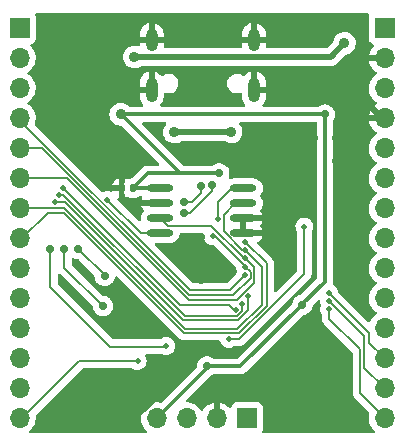
<source format=gbl>
%TF.GenerationSoftware,KiCad,Pcbnew,(6.0.7)*%
%TF.CreationDate,2022-09-30T18:15:50+08:00*%
%TF.ProjectId,UINIO-EVB-STM32L051K8,55494e49-4f2d-4455-9642-2d53544d3332,rev?*%
%TF.SameCoordinates,Original*%
%TF.FileFunction,Copper,L2,Bot*%
%TF.FilePolarity,Positive*%
%FSLAX46Y46*%
G04 Gerber Fmt 4.6, Leading zero omitted, Abs format (unit mm)*
G04 Created by KiCad (PCBNEW (6.0.7)) date 2022-09-30 18:15:50*
%MOMM*%
%LPD*%
G01*
G04 APERTURE LIST*
G04 Aperture macros list*
%AMRoundRect*
0 Rectangle with rounded corners*
0 $1 Rounding radius*
0 $2 $3 $4 $5 $6 $7 $8 $9 X,Y pos of 4 corners*
0 Add a 4 corners polygon primitive as box body*
4,1,4,$2,$3,$4,$5,$6,$7,$8,$9,$2,$3,0*
0 Add four circle primitives for the rounded corners*
1,1,$1+$1,$2,$3*
1,1,$1+$1,$4,$5*
1,1,$1+$1,$6,$7*
1,1,$1+$1,$8,$9*
0 Add four rect primitives between the rounded corners*
20,1,$1+$1,$2,$3,$4,$5,0*
20,1,$1+$1,$4,$5,$6,$7,0*
20,1,$1+$1,$6,$7,$8,$9,0*
20,1,$1+$1,$8,$9,$2,$3,0*%
G04 Aperture macros list end*
%TA.AperFunction,ComponentPad*%
%ADD10O,1.700000X1.700000*%
%TD*%
%TA.AperFunction,ComponentPad*%
%ADD11R,1.700000X1.700000*%
%TD*%
%TA.AperFunction,ComponentPad*%
%ADD12O,1.000000X2.100000*%
%TD*%
%TA.AperFunction,ComponentPad*%
%ADD13O,1.000000X1.900000*%
%TD*%
%TA.AperFunction,SMDPad,CuDef*%
%ADD14O,2.250000X0.630000*%
%TD*%
%TA.AperFunction,SMDPad,CuDef*%
%ADD15RoundRect,0.140000X-0.140000X-0.170000X0.140000X-0.170000X0.140000X0.170000X-0.140000X0.170000X0*%
%TD*%
%TA.AperFunction,ViaPad*%
%ADD16C,2.000000*%
%TD*%
%TA.AperFunction,ViaPad*%
%ADD17C,0.700000*%
%TD*%
%TA.AperFunction,ViaPad*%
%ADD18C,0.900000*%
%TD*%
%TA.AperFunction,ViaPad*%
%ADD19C,0.500000*%
%TD*%
%TA.AperFunction,Conductor*%
%ADD20C,0.500000*%
%TD*%
%TA.AperFunction,Conductor*%
%ADD21C,0.300000*%
%TD*%
%TA.AperFunction,Conductor*%
%ADD22C,0.200000*%
%TD*%
G04 APERTURE END LIST*
D10*
%TO.P,J3,4,Pin_4*%
%TO.N,/VDD_3.3V*%
X151120000Y-129540000D03*
%TO.P,J3,3,Pin_3*%
%TO.N,/PA14{slash}SWCLK*%
X153660000Y-129540000D03*
%TO.P,J3,2,Pin_2*%
%TO.N,GND*%
X156200000Y-129540000D03*
D11*
%TO.P,J3,1,Pin_1*%
%TO.N,/PA13{slash}SWDIO*%
X158740000Y-129540000D03*
%TD*%
D12*
%TO.P,USB1,13,GND*%
%TO.N,GND*%
X159325000Y-101698000D03*
%TO.P,USB1,14,GND*%
X150675000Y-101698000D03*
D13*
%TO.P,USB1,15,GND*%
X159325000Y-97498000D03*
%TO.P,USB1,16,GND*%
X150675000Y-97498000D03*
%TD*%
D11*
%TO.P,J2,1,Pin_1*%
%TO.N,/VDD_5V*%
X170400000Y-96500000D03*
D10*
%TO.P,J2,2,Pin_2*%
%TO.N,GND*%
X170400000Y-99040000D03*
%TO.P,J2,3,Pin_3*%
%TO.N,/VDD_3.3V*%
X170400000Y-101580000D03*
%TO.P,J2,4,Pin_4*%
%TO.N,GND*%
X170400000Y-104120000D03*
%TO.P,J2,5,Pin_5*%
%TO.N,/NRST*%
X170400000Y-106660000D03*
%TO.P,J2,6,Pin_6*%
%TO.N,/PB8*%
X170400000Y-109200000D03*
%TO.P,J2,7,Pin_7*%
%TO.N,/PB7*%
X170400000Y-111740000D03*
%TO.P,J2,8,Pin_8*%
%TO.N,/PB6*%
X170400000Y-114280000D03*
%TO.P,J2,9,Pin_9*%
%TO.N,/PB5*%
X170400000Y-116820000D03*
%TO.P,J2,10,Pin_10*%
%TO.N,/PB4*%
X170400000Y-119360000D03*
%TO.P,J2,11,Pin_11*%
%TO.N,/PB3*%
X170400000Y-121900000D03*
%TO.P,J2,12,Pin_12*%
%TO.N,/PB2*%
X170400000Y-124440000D03*
%TO.P,J2,13,Pin_13*%
%TO.N,/PB1*%
X170400000Y-126980000D03*
%TO.P,J2,14,Pin_14*%
%TO.N,/PB0*%
X170400000Y-129520000D03*
%TD*%
D14*
%TO.P,U2,1,CS#*%
%TO.N,/PA4{slash}CS*%
X158450000Y-110053500D03*
%TO.P,U2,2,DO(IO1)*%
%TO.N,/PA6{slash}MISO*%
X158450000Y-111323500D03*
%TO.P,U2,3,WP#(IO2)*%
%TO.N,GND*%
X158450000Y-112593500D03*
%TO.P,U2,4,GND*%
X158450000Y-113863500D03*
%TO.P,U2,5,DI(IO0)*%
%TO.N,/PA7{slash}MOSI*%
X151390000Y-113863500D03*
%TO.P,U2,6,CLK*%
%TO.N,/PA5{slash}SCLK*%
X151390000Y-112593500D03*
%TO.P,U2,7,HOLD#/RESET#/(IO3)*%
%TO.N,GND*%
X151390000Y-111323500D03*
%TO.P,U2,8,VCC*%
%TO.N,/VDD_3.3V*%
X151390000Y-110053500D03*
%TD*%
D15*
%TO.P,C3,1*%
%TO.N,GND*%
X148130000Y-110050000D03*
%TO.P,C3,2*%
%TO.N,/VDD_3.3V*%
X149090000Y-110050000D03*
%TD*%
D11*
%TO.P,J1,1,Pin_1*%
%TO.N,/PA0*%
X139500000Y-96500000D03*
D10*
%TO.P,J1,2,Pin_2*%
%TO.N,/PA1*%
X139500000Y-99040000D03*
%TO.P,J1,3,Pin_3*%
%TO.N,/PA2*%
X139500000Y-101580000D03*
%TO.P,J1,4,Pin_4*%
%TO.N,/PA3*%
X139500000Y-104120000D03*
%TO.P,J1,5,Pin_5*%
%TO.N,/PA4{slash}CS*%
X139500000Y-106660000D03*
%TO.P,J1,6,Pin_6*%
%TO.N,/PA5{slash}SCLK*%
X139500000Y-109200000D03*
%TO.P,J1,7,Pin_7*%
%TO.N,/PA6{slash}MISO*%
X139500000Y-111740000D03*
%TO.P,J1,8,Pin_8*%
%TO.N,/PA7{slash}MOSI*%
X139500000Y-114280000D03*
%TO.P,J1,9,Pin_9*%
%TO.N,/PA8*%
X139500000Y-116820000D03*
%TO.P,J1,10,Pin_10*%
%TO.N,/PA9*%
X139500000Y-119360000D03*
%TO.P,J1,11,Pin_11*%
%TO.N,/PA10*%
X139500000Y-121900000D03*
%TO.P,J1,12,Pin_12*%
%TO.N,/PA11{slash}USB_Data_N*%
X139500000Y-124440000D03*
%TO.P,J1,13,Pin_13*%
%TO.N,/PA12{slash}USB_Data_P*%
X139500000Y-126980000D03*
%TO.P,J1,14,Pin_14*%
%TO.N,/PA15*%
X139500000Y-129520000D03*
%TD*%
D16*
%TO.N,GND*%
X145160000Y-129700000D03*
D17*
X153800000Y-125080000D03*
X154870000Y-114160000D03*
D16*
X164610000Y-129630000D03*
X144230000Y-96310000D03*
D17*
X166250000Y-107750000D03*
X166260000Y-105780000D03*
X164450000Y-105760000D03*
D16*
X165560000Y-96260000D03*
D17*
X154880000Y-117840000D03*
D18*
%TO.N,/VDD_5V*%
X149200000Y-98950000D03*
X166990000Y-97790000D03*
D17*
%TO.N,/VDD_3.3V*%
X163440000Y-119910000D03*
D18*
X148054000Y-103800000D03*
D17*
X156400000Y-108800000D03*
X155360000Y-125140000D03*
X165330000Y-103810000D03*
%TO.N,/BOOT0*%
X142110000Y-115198433D03*
D19*
X151900000Y-123400000D03*
%TO.N,/NRST*%
X163600000Y-113300000D03*
X157200000Y-122800000D03*
%TO.N,/PA0*%
X157822802Y-120328406D03*
X143200000Y-110000000D03*
%TO.N,/PA1*%
X158340000Y-119840000D03*
X142840298Y-110600000D03*
%TO.N,/PA2*%
X142500000Y-111200000D03*
X158844977Y-119214977D03*
%TO.N,/PA3*%
X158600000Y-117400000D03*
%TO.N,/PA4{slash}CS*%
X156310500Y-112665517D03*
X158600000Y-116700000D03*
X155840000Y-114110000D03*
%TO.N,/PA5{slash}SCLK*%
X158600000Y-116000000D03*
%TO.N,/PA6{slash}MISO*%
X158600000Y-115300000D03*
%TO.N,/PA7{slash}MOSI*%
X158600000Y-114600000D03*
X146920000Y-111050000D03*
%TO.N,/PA15*%
X149480000Y-124690000D03*
%TO.N,/PB0*%
X165700000Y-120300000D03*
%TO.N,/PB1*%
X165700000Y-119600000D03*
%TO.N,/PB2*%
X165700000Y-118900000D03*
D17*
%TO.N,/PA12{slash}USB_Data_P*%
X154830000Y-109840000D03*
X143290000Y-115198433D03*
X153420000Y-111210000D03*
X146560000Y-120030000D03*
%TO.N,/PA11{slash}USB_Data_N*%
X155780000Y-109810000D03*
X153420000Y-112150000D03*
X146695000Y-117465000D03*
X144470000Y-115198433D03*
D18*
%TO.N,Net-(F1-Pad1)*%
X157400000Y-105300000D03*
X152600000Y-105300000D03*
%TD*%
D20*
%TO.N,GND*%
X164322000Y-97498000D02*
X159325000Y-97498000D01*
D21*
X166260000Y-105780000D02*
X166250000Y-105790000D01*
D20*
X168360000Y-102320000D02*
X170160000Y-104120000D01*
X167200000Y-96260000D02*
X168360000Y-97420000D01*
X170380000Y-99060000D02*
X170400000Y-99040000D01*
D21*
X154880000Y-114170000D02*
X154880000Y-117840000D01*
X149180000Y-129700000D02*
X145160000Y-129700000D01*
D20*
X168360000Y-99060000D02*
X168360000Y-102320000D01*
D21*
X166250000Y-105790000D02*
X166250000Y-107750000D01*
X164450000Y-105760000D02*
X164450000Y-108440000D01*
D22*
X158450000Y-113863500D02*
X158450000Y-112593500D01*
D21*
X164450000Y-108440000D02*
X160296500Y-112593500D01*
D20*
X168360000Y-99060000D02*
X170380000Y-99060000D01*
D21*
X154870000Y-114160000D02*
X154880000Y-114170000D01*
X153800000Y-125080000D02*
X149180000Y-129700000D01*
D20*
X170160000Y-104120000D02*
X170400000Y-104120000D01*
X165560000Y-96260000D02*
X167200000Y-96260000D01*
X165560000Y-96260000D02*
X164322000Y-97498000D01*
D21*
X160296500Y-112593500D02*
X158450000Y-112593500D01*
D20*
X168360000Y-97420000D02*
X168360000Y-99060000D01*
%TO.N,/VDD_5V*%
X166990000Y-97790000D02*
X165830000Y-98950000D01*
X165830000Y-98950000D02*
X149200000Y-98950000D01*
D21*
%TO.N,/VDD_3.3V*%
X153100000Y-108800000D02*
X156400000Y-108800000D01*
X165330000Y-103810000D02*
X165320000Y-103800000D01*
X155360000Y-125300000D02*
X155360000Y-125140000D01*
X165330000Y-103810000D02*
X165360000Y-103840000D01*
X148100000Y-103800000D02*
X153100000Y-108800000D01*
X165360000Y-117960000D02*
X163440000Y-119880000D01*
X163440000Y-119880000D02*
X163440000Y-119910000D01*
X151390000Y-110053500D02*
X149093500Y-110053500D01*
X150340000Y-108800000D02*
X149090000Y-110050000D01*
X163410000Y-119910000D02*
X158180000Y-125140000D01*
X163440000Y-119910000D02*
X163410000Y-119910000D01*
X158180000Y-125140000D02*
X155360000Y-125140000D01*
X151120000Y-129540000D02*
X155360000Y-125300000D01*
X156400000Y-108800000D02*
X150340000Y-108800000D01*
X165320000Y-103800000D02*
X148054000Y-103800000D01*
X148054000Y-103800000D02*
X148100000Y-103800000D01*
X165360000Y-103840000D02*
X165360000Y-117960000D01*
D22*
%TO.N,/BOOT0*%
X147190000Y-123470000D02*
X151830000Y-123470000D01*
X142110000Y-115198433D02*
X142110000Y-118390000D01*
X151830000Y-123470000D02*
X151900000Y-123400000D01*
X142110000Y-118390000D02*
X147190000Y-123470000D01*
%TO.N,/NRST*%
X158100000Y-122800000D02*
X163600000Y-117300000D01*
X163600000Y-117300000D02*
X163600000Y-113300000D01*
X157200000Y-122800000D02*
X158100000Y-122800000D01*
%TO.N,/PA0*%
X157822802Y-120328406D02*
X157628406Y-120328406D01*
X153100000Y-119900000D02*
X143200000Y-110000000D01*
X157628406Y-120328406D02*
X157200000Y-119900000D01*
X157200000Y-119900000D02*
X153100000Y-119900000D01*
%TO.N,/PA1*%
X158340000Y-120446897D02*
X157886897Y-120900000D01*
X157886897Y-120900000D02*
X153500000Y-120900000D01*
X158340000Y-119840000D02*
X158340000Y-120446897D01*
X143200000Y-110600000D02*
X142840298Y-110600000D01*
X153500000Y-120900000D02*
X143200000Y-110600000D01*
%TO.N,/PA2*%
X158844977Y-119214977D02*
X158844977Y-120366184D01*
X158844977Y-120366184D02*
X158011161Y-121200000D01*
X158011161Y-121200000D02*
X153300000Y-121200000D01*
X153300000Y-121200000D02*
X143300000Y-111200000D01*
X143300000Y-111200000D02*
X142500000Y-111200000D01*
%TO.N,/PA3*%
X153900000Y-118700000D02*
X139700000Y-104500000D01*
X157300000Y-118700000D02*
X153900000Y-118700000D01*
X158600000Y-117400000D02*
X157300000Y-118700000D01*
%TO.N,/PA4{slash}CS*%
X157600000Y-119100000D02*
X153850000Y-119100000D01*
X159050000Y-117150000D02*
X159050000Y-117650000D01*
X159050000Y-117650000D02*
X157600000Y-119100000D01*
X141410000Y-106660000D02*
X139500000Y-106660000D01*
X156310500Y-111230500D02*
X156310500Y-112665517D01*
X153850000Y-119100000D02*
X141410000Y-106660000D01*
X156310000Y-111230000D02*
X157486500Y-110053500D01*
X158600000Y-116700000D02*
X159050000Y-117150000D01*
X156030000Y-114110000D02*
X158600000Y-116680000D01*
X155840000Y-114110000D02*
X156030000Y-114110000D01*
X158600000Y-116680000D02*
X158600000Y-116700000D01*
X156310000Y-111230000D02*
X156310500Y-111230500D01*
%TO.N,/PA5{slash}SCLK*%
X153800000Y-119500000D02*
X143520000Y-109220000D01*
X143520000Y-109220000D02*
X139520000Y-109220000D01*
X152056500Y-113260000D02*
X155740000Y-113260000D01*
X157924264Y-119500000D02*
X153800000Y-119500000D01*
X155740000Y-113260000D02*
X158480000Y-116000000D01*
X139520000Y-109220000D02*
X139500000Y-109200000D01*
X158480000Y-116000000D02*
X158600000Y-116000000D01*
X159350000Y-116750000D02*
X159350000Y-118074264D01*
X151390000Y-112593500D02*
X152056500Y-113260000D01*
X159350000Y-118074264D02*
X157924264Y-119500000D01*
X158600000Y-116000000D02*
X159350000Y-116750000D01*
%TO.N,/PA6{slash}MISO*%
X143284264Y-111760000D02*
X139520000Y-111760000D01*
X139520000Y-111760000D02*
X139500000Y-111740000D01*
X157900000Y-122000000D02*
X153524264Y-122000000D01*
X157755000Y-111323500D02*
X156760000Y-112318500D01*
X160000000Y-116700000D02*
X160000000Y-119900000D01*
X158348180Y-115300000D02*
X158600000Y-115300000D01*
X156760000Y-113711820D02*
X158348180Y-115300000D01*
X158600000Y-115300000D02*
X160000000Y-116700000D01*
X160000000Y-119900000D02*
X157900000Y-122000000D01*
X156760000Y-112318500D02*
X156760000Y-113711820D01*
X153524264Y-122000000D02*
X143284264Y-111760000D01*
%TO.N,/PA7{slash}MOSI*%
X139720000Y-114280000D02*
X139500000Y-114280000D01*
X160400000Y-120000000D02*
X158100000Y-122300000D01*
X151390000Y-113863500D02*
X149733500Y-113863500D01*
X153400000Y-122300000D02*
X143240000Y-112140000D01*
X143240000Y-112140000D02*
X141860000Y-112140000D01*
X158600000Y-114600000D02*
X160400000Y-116400000D01*
X149733500Y-113863500D02*
X146920000Y-111050000D01*
X158100000Y-122300000D02*
X153400000Y-122300000D01*
X160400000Y-116400000D02*
X160400000Y-120000000D01*
X141860000Y-112140000D02*
X139720000Y-114280000D01*
%TO.N,/PA15*%
X139720000Y-129520000D02*
X139500000Y-129520000D01*
X149480000Y-124690000D02*
X144550000Y-124690000D01*
X144550000Y-124690000D02*
X139720000Y-129520000D01*
%TO.N,/PB0*%
X168300000Y-127420000D02*
X170400000Y-129520000D01*
X165700000Y-121100000D02*
X168300000Y-123700000D01*
X168300000Y-123700000D02*
X168300000Y-127420000D01*
X165700000Y-120300000D02*
X165700000Y-121100000D01*
%TO.N,/PB1*%
X165700000Y-119600000D02*
X168680689Y-122580689D01*
X168680689Y-125260689D02*
X170400000Y-126980000D01*
X168680689Y-122580689D02*
X168680689Y-125260689D01*
%TO.N,/PB2*%
X165700000Y-118900000D02*
X165700000Y-118924925D01*
X165700000Y-118924925D02*
X169100000Y-122324925D01*
X169100000Y-123140000D02*
X170400000Y-124440000D01*
X169100000Y-122324925D02*
X169100000Y-123140000D01*
%TO.N,/PA12{slash}USB_Data_P*%
X154830000Y-109840000D02*
X154830000Y-110460000D01*
X143290000Y-116790000D02*
X143290000Y-115198433D01*
X154080000Y-111210000D02*
X153420000Y-111210000D01*
X146560000Y-120030000D02*
X146530000Y-120030000D01*
X154830000Y-110460000D02*
X154080000Y-111210000D01*
X146530000Y-120030000D02*
X143290000Y-116790000D01*
%TO.N,/PA11{slash}USB_Data_N*%
X144470000Y-115198433D02*
X144470000Y-115200000D01*
X146695000Y-117425000D02*
X146695000Y-117465000D01*
X155780000Y-110250000D02*
X155780000Y-109810000D01*
X153880000Y-112150000D02*
X155780000Y-110250000D01*
X144470000Y-115200000D02*
X146695000Y-117425000D01*
X153420000Y-112150000D02*
X153880000Y-112150000D01*
D20*
%TO.N,Net-(F1-Pad1)*%
X157400000Y-105300000D02*
X152600000Y-105300000D01*
%TD*%
%TA.AperFunction,Conductor*%
%TO.N,GND*%
G36*
X164856876Y-119498550D02*
G01*
X164913712Y-119541097D01*
X164938243Y-119604310D01*
X164953381Y-119758699D01*
X164955605Y-119765384D01*
X164955605Y-119765385D01*
X165004671Y-119912883D01*
X165007194Y-119983835D01*
X165003514Y-119995749D01*
X164963786Y-120104902D01*
X164958103Y-120120516D01*
X164936775Y-120289343D01*
X164953381Y-120458699D01*
X165007094Y-120620167D01*
X165010741Y-120626189D01*
X165010742Y-120626191D01*
X165073276Y-120729447D01*
X165091500Y-120794718D01*
X165091500Y-121051864D01*
X165090422Y-121068307D01*
X165086250Y-121100000D01*
X165091500Y-121139880D01*
X165091500Y-121139885D01*
X165100320Y-121206876D01*
X165107162Y-121258851D01*
X165168476Y-121406876D01*
X165173503Y-121413427D01*
X165173504Y-121413429D01*
X165241520Y-121502069D01*
X165241526Y-121502075D01*
X165266013Y-121533987D01*
X165272568Y-121539017D01*
X165291379Y-121553452D01*
X165303770Y-121564319D01*
X167654595Y-123915144D01*
X167688621Y-123977456D01*
X167691500Y-124004239D01*
X167691500Y-127371864D01*
X167690422Y-127388307D01*
X167686250Y-127420000D01*
X167691500Y-127459880D01*
X167691500Y-127459885D01*
X167701587Y-127536505D01*
X167707162Y-127578851D01*
X167768476Y-127726876D01*
X167773503Y-127733427D01*
X167773504Y-127733429D01*
X167841520Y-127822069D01*
X167841526Y-127822075D01*
X167866013Y-127853987D01*
X167872568Y-127859017D01*
X167891379Y-127873452D01*
X167903770Y-127884319D01*
X169057454Y-129038003D01*
X169091480Y-129100315D01*
X169089776Y-129160769D01*
X169060989Y-129264570D01*
X169060441Y-129269700D01*
X169060440Y-129269704D01*
X169055384Y-129317019D01*
X169037251Y-129486695D01*
X169037548Y-129491848D01*
X169037548Y-129491851D01*
X169043011Y-129586590D01*
X169050110Y-129709715D01*
X169051247Y-129714761D01*
X169051248Y-129714767D01*
X169056061Y-129736121D01*
X169099222Y-129927639D01*
X169183266Y-130134616D01*
X169299987Y-130325088D01*
X169446250Y-130493938D01*
X169522846Y-130557529D01*
X169560218Y-130588556D01*
X169599853Y-130647459D01*
X169601351Y-130718439D01*
X169564236Y-130778962D01*
X169500292Y-130809811D01*
X169479733Y-130811500D01*
X160156098Y-130811500D01*
X160087977Y-130791498D01*
X160041484Y-130737842D01*
X160031380Y-130667568D01*
X160041554Y-130637057D01*
X160040615Y-130636705D01*
X160088971Y-130507715D01*
X160091745Y-130500316D01*
X160098500Y-130438134D01*
X160098500Y-128641866D01*
X160091745Y-128579684D01*
X160040615Y-128443295D01*
X159953261Y-128326739D01*
X159836705Y-128239385D01*
X159700316Y-128188255D01*
X159638134Y-128181500D01*
X157841866Y-128181500D01*
X157779684Y-128188255D01*
X157643295Y-128239385D01*
X157526739Y-128326739D01*
X157439385Y-128443295D01*
X157436233Y-128451703D01*
X157436232Y-128451705D01*
X157394722Y-128562433D01*
X157352081Y-128619198D01*
X157285519Y-128643898D01*
X157216170Y-128628691D01*
X157183546Y-128603004D01*
X157132799Y-128547234D01*
X157125273Y-128540215D01*
X156958139Y-128408222D01*
X156949552Y-128402517D01*
X156763117Y-128299599D01*
X156753705Y-128295369D01*
X156552959Y-128224280D01*
X156542988Y-128221646D01*
X156471837Y-128208972D01*
X156458540Y-128210432D01*
X156454000Y-128224989D01*
X156454000Y-129668000D01*
X156433998Y-129736121D01*
X156380342Y-129782614D01*
X156328000Y-129794000D01*
X156072000Y-129794000D01*
X156003879Y-129773998D01*
X155957386Y-129720342D01*
X155946000Y-129668000D01*
X155946000Y-128223102D01*
X155942082Y-128209758D01*
X155927806Y-128207771D01*
X155889324Y-128213660D01*
X155879288Y-128216051D01*
X155676868Y-128282212D01*
X155667359Y-128286209D01*
X155478463Y-128384542D01*
X155469738Y-128390036D01*
X155299433Y-128517905D01*
X155291726Y-128524748D01*
X155144590Y-128678717D01*
X155138109Y-128686722D01*
X155033498Y-128840074D01*
X154978587Y-128885076D01*
X154908062Y-128893247D01*
X154844315Y-128861993D01*
X154823618Y-128837509D01*
X154742822Y-128712617D01*
X154742820Y-128712614D01*
X154740014Y-128708277D01*
X154589670Y-128543051D01*
X154585619Y-128539852D01*
X154585615Y-128539848D01*
X154418414Y-128407800D01*
X154418410Y-128407798D01*
X154414359Y-128404598D01*
X154383930Y-128387800D01*
X154333618Y-128360027D01*
X154218789Y-128296638D01*
X154213920Y-128294914D01*
X154213916Y-128294912D01*
X154013087Y-128223795D01*
X154013083Y-128223794D01*
X154008212Y-128222069D01*
X154003119Y-128221162D01*
X154003116Y-128221161D01*
X153793373Y-128183800D01*
X153793367Y-128183799D01*
X153788284Y-128182894D01*
X153766183Y-128182624D01*
X153711940Y-128181961D01*
X153644069Y-128161128D01*
X153598235Y-128106908D01*
X153588991Y-128036516D01*
X153619271Y-127972300D01*
X153624385Y-127966875D01*
X155616596Y-125974664D01*
X155654442Y-125948652D01*
X155785585Y-125890263D01*
X155785587Y-125890262D01*
X155791615Y-125887578D01*
X155854205Y-125842104D01*
X155881099Y-125822564D01*
X155947967Y-125798705D01*
X155955160Y-125798500D01*
X158097944Y-125798500D01*
X158109800Y-125799059D01*
X158109803Y-125799059D01*
X158117537Y-125800788D01*
X158188369Y-125798562D01*
X158192327Y-125798500D01*
X158221432Y-125798500D01*
X158225832Y-125797944D01*
X158237664Y-125797012D01*
X158283831Y-125795562D01*
X158304421Y-125789580D01*
X158323782Y-125785570D01*
X158330770Y-125784688D01*
X158337204Y-125783875D01*
X158337205Y-125783875D01*
X158345064Y-125782882D01*
X158352429Y-125779966D01*
X158352433Y-125779965D01*
X158388021Y-125765874D01*
X158399231Y-125762035D01*
X158443600Y-125749145D01*
X158462065Y-125738225D01*
X158479805Y-125729534D01*
X158499756Y-125721635D01*
X158537129Y-125694482D01*
X158547048Y-125687967D01*
X158579977Y-125668493D01*
X158579981Y-125668490D01*
X158586807Y-125664453D01*
X158601971Y-125649289D01*
X158617005Y-125636448D01*
X158627943Y-125628501D01*
X158634357Y-125623841D01*
X158663803Y-125588247D01*
X158671792Y-125579468D01*
X163446409Y-120804851D01*
X163508721Y-120770825D01*
X163522335Y-120768636D01*
X163523630Y-120768500D01*
X163530232Y-120768500D01*
X163536685Y-120767128D01*
X163536689Y-120767128D01*
X163633702Y-120746507D01*
X163706752Y-120730980D01*
X163712783Y-120728295D01*
X163865585Y-120660263D01*
X163865587Y-120660262D01*
X163871615Y-120657578D01*
X163876957Y-120653697D01*
X164012269Y-120555387D01*
X164012271Y-120555385D01*
X164017613Y-120551504D01*
X164022035Y-120546593D01*
X164133948Y-120422301D01*
X164133949Y-120422300D01*
X164138367Y-120417393D01*
X164228599Y-120261107D01*
X164284365Y-120089475D01*
X164294098Y-119996872D01*
X164321111Y-119931215D01*
X164330313Y-119920947D01*
X164723749Y-119527511D01*
X164786061Y-119493485D01*
X164856876Y-119498550D01*
G37*
%TD.AperFunction*%
%TA.AperFunction,Conductor*%
G36*
X151852729Y-104478502D02*
G01*
X151899222Y-104532158D01*
X151909326Y-104602432D01*
X151881129Y-104665491D01*
X151809265Y-104751135D01*
X151809261Y-104751141D01*
X151805302Y-104755859D01*
X151802338Y-104761251D01*
X151802335Y-104761255D01*
X151782730Y-104796917D01*
X151714746Y-104920580D01*
X151712885Y-104926447D01*
X151712884Y-104926449D01*
X151695472Y-104981339D01*
X151657909Y-105099752D01*
X151636956Y-105286552D01*
X151637472Y-105292696D01*
X151652081Y-105466669D01*
X151652685Y-105473865D01*
X151668151Y-105527800D01*
X151700506Y-105640635D01*
X151704497Y-105654555D01*
X151707312Y-105660032D01*
X151707313Y-105660035D01*
X151766541Y-105775281D01*
X151790418Y-105821740D01*
X151794241Y-105826564D01*
X151794244Y-105826568D01*
X151820625Y-105859852D01*
X151907177Y-105969052D01*
X151911871Y-105973047D01*
X151962153Y-106015840D01*
X152050324Y-106090880D01*
X152055702Y-106093886D01*
X152055704Y-106093887D01*
X152132367Y-106136732D01*
X152214409Y-106182584D01*
X152393180Y-106240670D01*
X152579830Y-106262927D01*
X152585965Y-106262455D01*
X152585967Y-106262455D01*
X152761105Y-106248979D01*
X152761109Y-106248978D01*
X152767247Y-106248506D01*
X152852378Y-106224737D01*
X152942350Y-106199616D01*
X152942353Y-106199615D01*
X152948294Y-106197956D01*
X152953798Y-106195176D01*
X152953800Y-106195175D01*
X153110574Y-106115983D01*
X153110576Y-106115982D01*
X153116075Y-106113204D01*
X153151906Y-106085210D01*
X153217897Y-106059033D01*
X153229477Y-106058500D01*
X156765919Y-106058500D01*
X156834040Y-106078502D01*
X156841069Y-106083715D01*
X156845630Y-106086885D01*
X156850324Y-106090880D01*
X157014409Y-106182584D01*
X157193180Y-106240670D01*
X157379830Y-106262927D01*
X157385965Y-106262455D01*
X157385967Y-106262455D01*
X157561105Y-106248979D01*
X157561109Y-106248978D01*
X157567247Y-106248506D01*
X157652378Y-106224737D01*
X157742350Y-106199616D01*
X157742353Y-106199615D01*
X157748294Y-106197956D01*
X157753798Y-106195176D01*
X157753800Y-106195175D01*
X157910574Y-106115983D01*
X157910576Y-106115982D01*
X157916075Y-106113204D01*
X158064199Y-105997477D01*
X158077212Y-105982401D01*
X158182994Y-105859852D01*
X158182995Y-105859850D01*
X158187023Y-105855184D01*
X158279870Y-105691744D01*
X158339203Y-105513382D01*
X158362762Y-105326892D01*
X158363138Y-105300000D01*
X158344795Y-105112926D01*
X158339952Y-105096883D01*
X158313249Y-105008442D01*
X158290465Y-104932977D01*
X158202218Y-104767008D01*
X158118316Y-104664133D01*
X158090763Y-104598704D01*
X158102959Y-104528763D01*
X158151031Y-104476517D01*
X158215960Y-104458500D01*
X164575500Y-104458500D01*
X164643621Y-104478502D01*
X164690114Y-104532158D01*
X164701500Y-104584500D01*
X164701500Y-117635050D01*
X164681498Y-117703171D01*
X164664595Y-117724145D01*
X163360250Y-119028490D01*
X163297352Y-119062641D01*
X163241790Y-119074451D01*
X163179701Y-119087648D01*
X163179697Y-119087649D01*
X163173248Y-119089020D01*
X163167222Y-119091703D01*
X163014416Y-119159737D01*
X163014414Y-119159738D01*
X163008386Y-119162422D01*
X163003045Y-119166302D01*
X163003044Y-119166303D01*
X162867731Y-119264613D01*
X162867729Y-119264615D01*
X162862387Y-119268496D01*
X162857966Y-119273406D01*
X162857965Y-119273407D01*
X162754339Y-119388496D01*
X162741633Y-119402607D01*
X162725871Y-119429908D01*
X162661676Y-119541097D01*
X162651401Y-119558893D01*
X162649359Y-119565178D01*
X162614271Y-119673170D01*
X162595635Y-119730525D01*
X162594945Y-119737090D01*
X162592949Y-119756081D01*
X162565936Y-119821738D01*
X162556734Y-119832006D01*
X157944145Y-124444595D01*
X157881833Y-124478621D01*
X157855050Y-124481500D01*
X155955160Y-124481500D01*
X155887039Y-124461498D01*
X155881099Y-124457436D01*
X155796957Y-124396303D01*
X155796956Y-124396302D01*
X155791615Y-124392422D01*
X155785587Y-124389738D01*
X155785585Y-124389737D01*
X155632783Y-124321705D01*
X155632781Y-124321705D01*
X155626752Y-124319020D01*
X155507959Y-124293770D01*
X155456689Y-124282872D01*
X155456685Y-124282872D01*
X155450232Y-124281500D01*
X155269768Y-124281500D01*
X155263315Y-124282872D01*
X155263311Y-124282872D01*
X155212041Y-124293770D01*
X155093248Y-124319020D01*
X155087219Y-124321704D01*
X155087217Y-124321705D01*
X154934416Y-124389737D01*
X154934414Y-124389738D01*
X154928386Y-124392422D01*
X154923045Y-124396302D01*
X154923044Y-124396303D01*
X154787731Y-124494613D01*
X154787729Y-124494615D01*
X154782387Y-124498496D01*
X154777966Y-124503406D01*
X154777965Y-124503407D01*
X154762222Y-124520892D01*
X154661633Y-124632607D01*
X154571401Y-124788893D01*
X154515635Y-124960525D01*
X154514945Y-124967088D01*
X154514945Y-124967089D01*
X154507397Y-125038902D01*
X154496771Y-125140000D01*
X154497461Y-125146565D01*
X154499236Y-125163453D01*
X154486464Y-125233292D01*
X154463021Y-125265719D01*
X151547335Y-128181405D01*
X151485023Y-128215431D01*
X151436145Y-128216357D01*
X151387943Y-128207771D01*
X151253373Y-128183800D01*
X151253367Y-128183799D01*
X151248284Y-128182894D01*
X151174452Y-128181992D01*
X151030081Y-128180228D01*
X151030079Y-128180228D01*
X151024911Y-128180165D01*
X150804091Y-128213955D01*
X150591756Y-128283357D01*
X150537955Y-128311364D01*
X150432027Y-128366507D01*
X150393607Y-128386507D01*
X150389474Y-128389610D01*
X150389471Y-128389612D01*
X150236624Y-128504373D01*
X150214965Y-128520635D01*
X150175022Y-128562433D01*
X150094707Y-128646478D01*
X150060629Y-128682138D01*
X149934743Y-128866680D01*
X149840688Y-129069305D01*
X149780989Y-129284570D01*
X149757251Y-129506695D01*
X149757548Y-129511848D01*
X149757548Y-129511851D01*
X149762049Y-129589908D01*
X149770110Y-129729715D01*
X149771247Y-129734761D01*
X149771248Y-129734767D01*
X149792275Y-129828069D01*
X149819222Y-129947639D01*
X149903266Y-130154616D01*
X149941763Y-130217438D01*
X150017291Y-130340688D01*
X150019987Y-130345088D01*
X150166250Y-130513938D01*
X150218756Y-130557529D01*
X150256128Y-130588556D01*
X150295763Y-130647458D01*
X150297261Y-130718439D01*
X150260147Y-130778962D01*
X150196202Y-130809811D01*
X150175643Y-130811500D01*
X140422538Y-130811500D01*
X140354417Y-130791498D01*
X140307924Y-130737842D01*
X140297820Y-130667568D01*
X140327314Y-130602988D01*
X140349370Y-130582921D01*
X140351821Y-130581173D01*
X140379860Y-130561173D01*
X140538096Y-130403489D01*
X140550479Y-130386257D01*
X140665435Y-130226277D01*
X140668453Y-130222077D01*
X140671880Y-130215144D01*
X140765136Y-130026453D01*
X140765137Y-130026451D01*
X140767430Y-130021811D01*
X140832370Y-129808069D01*
X140861529Y-129586590D01*
X140861611Y-129583240D01*
X140863074Y-129523365D01*
X140863074Y-129523361D01*
X140863156Y-129520000D01*
X140846468Y-129317018D01*
X140860821Y-129247489D01*
X140882949Y-129217600D01*
X144765144Y-125335405D01*
X144827456Y-125301379D01*
X144854239Y-125298500D01*
X148987019Y-125298500D01*
X149056012Y-125319068D01*
X149101605Y-125348903D01*
X149135846Y-125371310D01*
X149142450Y-125373766D01*
X149142452Y-125373767D01*
X149178844Y-125387301D01*
X149295341Y-125430626D01*
X149464015Y-125453132D01*
X149471026Y-125452494D01*
X149471030Y-125452494D01*
X149626462Y-125438348D01*
X149633483Y-125437709D01*
X149640185Y-125435531D01*
X149640187Y-125435531D01*
X149788623Y-125387301D01*
X149788626Y-125387300D01*
X149795322Y-125385124D01*
X149941490Y-125297990D01*
X149946584Y-125293139D01*
X149946588Y-125293136D01*
X150020004Y-125223222D01*
X150064721Y-125180639D01*
X150076140Y-125163453D01*
X150111806Y-125109771D01*
X150158891Y-125038902D01*
X150219319Y-124879825D01*
X150243001Y-124711313D01*
X150243299Y-124690000D01*
X150224331Y-124520892D01*
X150219351Y-124506590D01*
X150170686Y-124366846D01*
X150168368Y-124360189D01*
X150164634Y-124354213D01*
X150112805Y-124271270D01*
X150093669Y-124202901D01*
X150114534Y-124135040D01*
X150168775Y-124089231D01*
X150219659Y-124078500D01*
X151525621Y-124078500D01*
X151569540Y-124086403D01*
X151715341Y-124140626D01*
X151884015Y-124163132D01*
X151891026Y-124162494D01*
X151891030Y-124162494D01*
X152046462Y-124148348D01*
X152053483Y-124147709D01*
X152060185Y-124145531D01*
X152060187Y-124145531D01*
X152208623Y-124097301D01*
X152208626Y-124097300D01*
X152215322Y-124095124D01*
X152361490Y-124007990D01*
X152366584Y-124003139D01*
X152366588Y-124003136D01*
X152470704Y-123903987D01*
X152484721Y-123890639D01*
X152492652Y-123878703D01*
X152531806Y-123819770D01*
X152578891Y-123748902D01*
X152639319Y-123589825D01*
X152663001Y-123421313D01*
X152663299Y-123400000D01*
X152644331Y-123230892D01*
X152636576Y-123208621D01*
X152590686Y-123076846D01*
X152588368Y-123070189D01*
X152498192Y-122925879D01*
X152486148Y-122913750D01*
X152383248Y-122810129D01*
X152378286Y-122805132D01*
X152362039Y-122794821D01*
X152304760Y-122758471D01*
X152234608Y-122713951D01*
X152074300Y-122656868D01*
X151905329Y-122636720D01*
X151898326Y-122637456D01*
X151898325Y-122637456D01*
X151743101Y-122653770D01*
X151743097Y-122653771D01*
X151736093Y-122654507D01*
X151729422Y-122656778D01*
X151581673Y-122707075D01*
X151581670Y-122707076D01*
X151575003Y-122709346D01*
X151569005Y-122713036D01*
X151569003Y-122713037D01*
X151436065Y-122794821D01*
X151436063Y-122794823D01*
X151430066Y-122798512D01*
X151425035Y-122803438D01*
X151425032Y-122803441D01*
X151402482Y-122825524D01*
X151339817Y-122858894D01*
X151314325Y-122861500D01*
X147494239Y-122861500D01*
X147426118Y-122841498D01*
X147405144Y-122824595D01*
X142755405Y-118174856D01*
X142721379Y-118112544D01*
X142718500Y-118085761D01*
X142718500Y-117383239D01*
X142738502Y-117315118D01*
X142792158Y-117268625D01*
X142862432Y-117258521D01*
X142927012Y-117288015D01*
X142933595Y-117294144D01*
X145668429Y-120028977D01*
X145702455Y-120091289D01*
X145704644Y-120104900D01*
X145715635Y-120209475D01*
X145717675Y-120215753D01*
X145717675Y-120215754D01*
X145734944Y-120268903D01*
X145771401Y-120381107D01*
X145861633Y-120537393D01*
X145866051Y-120542300D01*
X145866052Y-120542301D01*
X145977965Y-120666593D01*
X145982387Y-120671504D01*
X145987729Y-120675385D01*
X145987731Y-120675387D01*
X146115890Y-120768500D01*
X146128385Y-120777578D01*
X146134413Y-120780262D01*
X146134415Y-120780263D01*
X146287217Y-120848295D01*
X146293248Y-120850980D01*
X146381508Y-120869740D01*
X146463311Y-120887128D01*
X146463315Y-120887128D01*
X146469768Y-120888500D01*
X146650232Y-120888500D01*
X146656685Y-120887128D01*
X146656689Y-120887128D01*
X146738492Y-120869740D01*
X146826752Y-120850980D01*
X146832783Y-120848295D01*
X146985585Y-120780263D01*
X146985587Y-120780262D01*
X146991615Y-120777578D01*
X147004110Y-120768500D01*
X147132269Y-120675387D01*
X147132271Y-120675385D01*
X147137613Y-120671504D01*
X147142035Y-120666593D01*
X147253948Y-120542301D01*
X147253949Y-120542300D01*
X147258367Y-120537393D01*
X147348599Y-120381107D01*
X147385056Y-120268903D01*
X147402325Y-120215754D01*
X147402325Y-120215753D01*
X147404365Y-120209475D01*
X147412981Y-120127506D01*
X147422539Y-120036565D01*
X147423229Y-120030000D01*
X147404365Y-119850525D01*
X147388097Y-119800455D01*
X147350641Y-119685178D01*
X147348599Y-119678893D01*
X147258367Y-119522607D01*
X147232146Y-119493485D01*
X147142035Y-119393407D01*
X147142034Y-119393406D01*
X147137613Y-119388496D01*
X147103024Y-119363365D01*
X146996957Y-119286303D01*
X146996956Y-119286302D01*
X146991615Y-119282422D01*
X146985587Y-119279738D01*
X146985585Y-119279737D01*
X146832783Y-119211705D01*
X146832781Y-119211705D01*
X146826752Y-119209020D01*
X146738492Y-119190260D01*
X146656689Y-119172872D01*
X146656685Y-119172872D01*
X146650232Y-119171500D01*
X146584238Y-119171500D01*
X146516117Y-119151498D01*
X146495143Y-119134595D01*
X143935405Y-116574856D01*
X143901379Y-116512544D01*
X143898500Y-116485761D01*
X143898500Y-116077754D01*
X143918502Y-116009633D01*
X143972158Y-115963140D01*
X144042432Y-115953036D01*
X144075749Y-115962647D01*
X144197217Y-116016728D01*
X144203248Y-116019413D01*
X144291508Y-116038173D01*
X144373311Y-116055561D01*
X144373315Y-116055561D01*
X144379768Y-116056933D01*
X144414194Y-116056933D01*
X144482315Y-116076935D01*
X144503289Y-116093838D01*
X145795556Y-117386105D01*
X145829582Y-117448417D01*
X145831369Y-117465042D01*
X145831771Y-117465000D01*
X145850635Y-117644475D01*
X145852675Y-117650753D01*
X145852675Y-117650754D01*
X145869349Y-117702071D01*
X145906401Y-117816107D01*
X145996633Y-117972393D01*
X146001051Y-117977300D01*
X146001052Y-117977301D01*
X146067292Y-118050868D01*
X146117387Y-118106504D01*
X146122729Y-118110385D01*
X146122731Y-118110387D01*
X146246110Y-118200027D01*
X146263385Y-118212578D01*
X146269413Y-118215262D01*
X146269415Y-118215263D01*
X146422217Y-118283295D01*
X146428248Y-118285980D01*
X146500592Y-118301357D01*
X146598311Y-118322128D01*
X146598315Y-118322128D01*
X146604768Y-118323500D01*
X146785232Y-118323500D01*
X146791685Y-118322128D01*
X146791689Y-118322128D01*
X146889408Y-118301357D01*
X146961752Y-118285980D01*
X146967783Y-118283295D01*
X147120585Y-118215263D01*
X147120587Y-118215262D01*
X147126615Y-118212578D01*
X147143890Y-118200027D01*
X147267269Y-118110387D01*
X147267271Y-118110385D01*
X147272613Y-118106504D01*
X147322708Y-118050868D01*
X147388948Y-117977301D01*
X147388949Y-117977300D01*
X147393367Y-117972393D01*
X147483599Y-117816107D01*
X147520651Y-117702071D01*
X147537325Y-117650754D01*
X147537325Y-117650753D01*
X147539365Y-117644475D01*
X147544523Y-117595401D01*
X147571536Y-117529744D01*
X147629758Y-117489115D01*
X147700703Y-117486412D01*
X147758928Y-117519477D01*
X152935685Y-122696234D01*
X152946552Y-122708625D01*
X152966013Y-122733987D01*
X152972563Y-122739013D01*
X152997921Y-122758471D01*
X152997937Y-122758485D01*
X153045292Y-122794821D01*
X153093124Y-122831524D01*
X153241149Y-122892838D01*
X153249336Y-122893916D01*
X153249337Y-122893916D01*
X153260542Y-122895391D01*
X153291738Y-122899498D01*
X153360115Y-122908500D01*
X153360118Y-122908500D01*
X153360126Y-122908501D01*
X153391811Y-122912672D01*
X153400000Y-122913750D01*
X153431693Y-122909578D01*
X153448136Y-122908500D01*
X156345808Y-122908500D01*
X156413929Y-122928502D01*
X156460422Y-122982158D01*
X156465366Y-122994728D01*
X156507094Y-123120167D01*
X156510741Y-123126189D01*
X156510742Y-123126191D01*
X156590858Y-123258477D01*
X156595246Y-123265723D01*
X156713455Y-123388132D01*
X156855846Y-123481310D01*
X156862450Y-123483766D01*
X156862452Y-123483767D01*
X156898844Y-123497301D01*
X157015341Y-123540626D01*
X157184015Y-123563132D01*
X157191026Y-123562494D01*
X157191030Y-123562494D01*
X157346462Y-123548348D01*
X157353483Y-123547709D01*
X157360185Y-123545531D01*
X157360187Y-123545531D01*
X157508623Y-123497301D01*
X157508626Y-123497300D01*
X157515322Y-123495124D01*
X157630823Y-123426271D01*
X157695341Y-123408500D01*
X158051864Y-123408500D01*
X158068307Y-123409578D01*
X158100000Y-123413750D01*
X158108189Y-123412672D01*
X158139874Y-123408501D01*
X158139884Y-123408500D01*
X158139885Y-123408500D01*
X158204449Y-123400000D01*
X158239457Y-123395391D01*
X158250664Y-123393916D01*
X158250666Y-123393915D01*
X158258851Y-123392838D01*
X158406876Y-123331524D01*
X158437794Y-123307800D01*
X158502072Y-123258477D01*
X158502075Y-123258474D01*
X158533987Y-123233987D01*
X158541468Y-123224238D01*
X158553452Y-123208621D01*
X158564319Y-123196230D01*
X163996234Y-117764315D01*
X164008625Y-117753448D01*
X164027437Y-117739013D01*
X164033987Y-117733987D01*
X164058474Y-117702075D01*
X164058478Y-117702071D01*
X164131524Y-117606876D01*
X164192838Y-117458851D01*
X164213751Y-117300000D01*
X164209578Y-117268301D01*
X164208500Y-117251856D01*
X164208500Y-113792890D01*
X164229552Y-113723163D01*
X164274990Y-113654773D01*
X164278891Y-113648902D01*
X164339319Y-113489825D01*
X164363001Y-113321313D01*
X164363299Y-113300000D01*
X164344331Y-113130892D01*
X164340548Y-113120027D01*
X164306026Y-113020897D01*
X164288368Y-112970189D01*
X164282383Y-112960610D01*
X164251317Y-112910896D01*
X164198192Y-112825879D01*
X164156775Y-112784171D01*
X164090823Y-112717757D01*
X164078286Y-112705132D01*
X164064784Y-112696563D01*
X164023406Y-112670304D01*
X163934608Y-112613951D01*
X163774300Y-112556868D01*
X163605329Y-112536720D01*
X163598326Y-112537456D01*
X163598325Y-112537456D01*
X163443101Y-112553770D01*
X163443097Y-112553771D01*
X163436093Y-112554507D01*
X163429422Y-112556778D01*
X163281673Y-112607075D01*
X163281670Y-112607076D01*
X163275003Y-112609346D01*
X163269005Y-112613036D01*
X163269003Y-112613037D01*
X163136065Y-112694821D01*
X163136063Y-112694823D01*
X163130066Y-112698512D01*
X163008486Y-112817573D01*
X163004675Y-112823487D01*
X163004673Y-112823489D01*
X162949623Y-112908909D01*
X162916304Y-112960610D01*
X162858103Y-113120516D01*
X162836775Y-113289343D01*
X162853381Y-113458699D01*
X162907094Y-113620167D01*
X162910741Y-113626189D01*
X162910742Y-113626191D01*
X162973276Y-113729447D01*
X162991500Y-113794718D01*
X162991500Y-116995761D01*
X162971498Y-117063882D01*
X162954595Y-117084856D01*
X161223595Y-118815856D01*
X161161283Y-118849882D01*
X161090468Y-118844817D01*
X161033632Y-118802270D01*
X161008821Y-118735750D01*
X161008500Y-118726761D01*
X161008500Y-116448136D01*
X161009578Y-116431690D01*
X161012672Y-116408188D01*
X161013750Y-116400000D01*
X161008500Y-116360122D01*
X161008500Y-116360115D01*
X160992838Y-116241150D01*
X160931524Y-116093125D01*
X160891240Y-116040626D01*
X160858477Y-115997928D01*
X160858474Y-115997925D01*
X160833987Y-115966013D01*
X160824067Y-115958401D01*
X160808621Y-115946548D01*
X160796230Y-115935681D01*
X159639456Y-114778907D01*
X159605430Y-114716595D01*
X159610495Y-114645780D01*
X159653042Y-114588944D01*
X159661781Y-114582958D01*
X159768466Y-114516294D01*
X159779438Y-114507597D01*
X159900456Y-114387421D01*
X159909227Y-114376512D01*
X160000613Y-114232510D01*
X160006752Y-114219924D01*
X160037147Y-114134566D01*
X160037943Y-114120487D01*
X160032273Y-114117500D01*
X159242319Y-114117500D01*
X159174198Y-114097498D01*
X159152920Y-114080289D01*
X159078286Y-114005132D01*
X158934608Y-113913951D01*
X158863139Y-113888502D01*
X158780940Y-113859232D01*
X158780937Y-113859231D01*
X158774300Y-113856868D01*
X158774070Y-113856841D01*
X158714662Y-113823141D01*
X158710252Y-113814745D01*
X158657865Y-113838670D01*
X158625015Y-113839067D01*
X158612324Y-113837554D01*
X158612323Y-113837554D01*
X158605329Y-113836720D01*
X158598326Y-113837456D01*
X158598325Y-113837456D01*
X158443101Y-113853770D01*
X158443097Y-113853771D01*
X158436093Y-113854507D01*
X158429422Y-113856778D01*
X158362605Y-113879524D01*
X158291673Y-113882542D01*
X158230369Y-113846731D01*
X158198157Y-113783463D01*
X158196000Y-113760246D01*
X158196000Y-113591385D01*
X158704000Y-113591385D01*
X158708474Y-113606624D01*
X158722444Y-113618728D01*
X158731790Y-113633271D01*
X158805188Y-113609500D01*
X160024848Y-113609500D01*
X160038379Y-113605527D01*
X160039338Y-113598853D01*
X160011655Y-113517533D01*
X160005694Y-113504867D01*
X159916328Y-113359603D01*
X159907712Y-113348576D01*
X159876917Y-113317129D01*
X159843547Y-113254464D01*
X159849353Y-113183705D01*
X159878157Y-113139565D01*
X159900456Y-113117421D01*
X159909227Y-113106512D01*
X160000613Y-112962510D01*
X160006752Y-112949924D01*
X160037147Y-112864566D01*
X160037943Y-112850487D01*
X160032273Y-112847500D01*
X158722115Y-112847500D01*
X158706876Y-112851975D01*
X158705671Y-112853365D01*
X158704000Y-112861048D01*
X158704000Y-113591385D01*
X158196000Y-113591385D01*
X158196000Y-112465500D01*
X158216002Y-112397379D01*
X158269658Y-112350886D01*
X158322000Y-112339500D01*
X160024848Y-112339500D01*
X160038379Y-112335527D01*
X160039338Y-112328853D01*
X160011655Y-112247533D01*
X160005694Y-112234867D01*
X159916328Y-112089604D01*
X159907708Y-112078570D01*
X159877267Y-112047485D01*
X159843897Y-111984820D01*
X159849703Y-111914061D01*
X159878507Y-111869922D01*
X159900848Y-111847737D01*
X159900851Y-111847733D01*
X159905846Y-111842773D01*
X159942267Y-111785383D01*
X160001064Y-111692735D01*
X160001065Y-111692733D01*
X160004841Y-111686783D01*
X160039964Y-111588147D01*
X160064454Y-111519372D01*
X160064455Y-111519367D01*
X160066816Y-111512737D01*
X160067649Y-111505751D01*
X160067650Y-111505747D01*
X160087857Y-111336278D01*
X160088691Y-111329285D01*
X160069379Y-111145546D01*
X160064597Y-111131498D01*
X160012109Y-110977316D01*
X160012108Y-110977313D01*
X160009840Y-110970652D01*
X159969767Y-110905514D01*
X159916726Y-110819297D01*
X159916723Y-110819294D01*
X159913033Y-110813295D01*
X159877621Y-110777133D01*
X159844251Y-110714468D01*
X159850057Y-110643709D01*
X159878862Y-110599570D01*
X159900844Y-110577741D01*
X159900847Y-110577737D01*
X159905846Y-110572773D01*
X159970540Y-110470832D01*
X160001064Y-110422735D01*
X160001065Y-110422733D01*
X160004841Y-110416783D01*
X160025247Y-110359476D01*
X160064454Y-110249372D01*
X160064455Y-110249367D01*
X160066816Y-110242737D01*
X160067649Y-110235751D01*
X160067650Y-110235747D01*
X160087857Y-110066278D01*
X160088691Y-110059285D01*
X160087140Y-110044523D01*
X160072176Y-109902158D01*
X160069379Y-109875546D01*
X160067109Y-109868877D01*
X160012109Y-109707316D01*
X160012108Y-109707313D01*
X160009840Y-109700652D01*
X160006149Y-109694652D01*
X159916726Y-109549297D01*
X159916723Y-109549294D01*
X159913033Y-109543295D01*
X159783770Y-109411295D01*
X159628474Y-109311214D01*
X159617976Y-109307393D01*
X159461484Y-109250434D01*
X159461483Y-109250434D01*
X159454865Y-109248025D01*
X159447877Y-109247142D01*
X159447876Y-109247142D01*
X159405398Y-109241776D01*
X159312180Y-109230000D01*
X157593543Y-109230000D01*
X157456400Y-109245383D01*
X157359594Y-109279094D01*
X157288687Y-109282606D01*
X157227135Y-109247225D01*
X157194483Y-109184183D01*
X157198327Y-109121166D01*
X157242325Y-108985754D01*
X157242325Y-108985753D01*
X157244365Y-108979475D01*
X157263229Y-108800000D01*
X157256323Y-108734297D01*
X157245055Y-108627089D01*
X157245055Y-108627088D01*
X157244365Y-108620525D01*
X157222731Y-108553940D01*
X157190641Y-108455178D01*
X157188599Y-108448893D01*
X157098367Y-108292607D01*
X157079369Y-108271507D01*
X156982035Y-108163407D01*
X156982034Y-108163406D01*
X156977613Y-108158496D01*
X156961309Y-108146650D01*
X156836957Y-108056303D01*
X156836956Y-108056302D01*
X156831615Y-108052422D01*
X156825587Y-108049738D01*
X156825585Y-108049737D01*
X156672783Y-107981705D01*
X156672781Y-107981705D01*
X156666752Y-107979020D01*
X156561452Y-107956638D01*
X156496689Y-107942872D01*
X156496685Y-107942872D01*
X156490232Y-107941500D01*
X156309768Y-107941500D01*
X156303315Y-107942872D01*
X156303311Y-107942872D01*
X156238548Y-107956638D01*
X156133248Y-107979020D01*
X156127219Y-107981704D01*
X156127217Y-107981705D01*
X155974416Y-108049737D01*
X155974414Y-108049738D01*
X155968386Y-108052422D01*
X155963044Y-108056303D01*
X155963039Y-108056306D01*
X155878900Y-108117436D01*
X155804840Y-108141500D01*
X153424950Y-108141500D01*
X153356829Y-108121498D01*
X153335855Y-108104595D01*
X149904855Y-104673595D01*
X149870829Y-104611283D01*
X149875894Y-104540468D01*
X149918441Y-104483632D01*
X149984961Y-104458821D01*
X149993950Y-104458500D01*
X151784608Y-104458500D01*
X151852729Y-104478502D01*
G37*
%TD.AperFunction*%
%TA.AperFunction,Conductor*%
G36*
X169043738Y-95268502D02*
G01*
X169090231Y-95322158D01*
X169100335Y-95392432D01*
X169093600Y-95418727D01*
X169048255Y-95539684D01*
X169041500Y-95601866D01*
X169041500Y-97398134D01*
X169048255Y-97460316D01*
X169099385Y-97596705D01*
X169186739Y-97713261D01*
X169303295Y-97800615D01*
X169311704Y-97803767D01*
X169311705Y-97803768D01*
X169420960Y-97844726D01*
X169477725Y-97887367D01*
X169502425Y-97953929D01*
X169487218Y-98023278D01*
X169467825Y-98049759D01*
X169344590Y-98178717D01*
X169338104Y-98186727D01*
X169218098Y-98362649D01*
X169213000Y-98371623D01*
X169123338Y-98564783D01*
X169119775Y-98574470D01*
X169064389Y-98774183D01*
X169065912Y-98782607D01*
X169078292Y-98786000D01*
X170528000Y-98786000D01*
X170596121Y-98806002D01*
X170642614Y-98859658D01*
X170654000Y-98912000D01*
X170654000Y-99168000D01*
X170633998Y-99236121D01*
X170580342Y-99282614D01*
X170528000Y-99294000D01*
X169083225Y-99294000D01*
X169069694Y-99297973D01*
X169068257Y-99307966D01*
X169098565Y-99442446D01*
X169101645Y-99452275D01*
X169181770Y-99649603D01*
X169186413Y-99658794D01*
X169297694Y-99840388D01*
X169303777Y-99848699D01*
X169443213Y-100009667D01*
X169450580Y-100016883D01*
X169614434Y-100152916D01*
X169622881Y-100158831D01*
X169691969Y-100199203D01*
X169740693Y-100250842D01*
X169753764Y-100320625D01*
X169727033Y-100386396D01*
X169686584Y-100419752D01*
X169673607Y-100426507D01*
X169669474Y-100429610D01*
X169669471Y-100429612D01*
X169499100Y-100557530D01*
X169494965Y-100560635D01*
X169466098Y-100590843D01*
X169347765Y-100714671D01*
X169340629Y-100722138D01*
X169337715Y-100726410D01*
X169337714Y-100726411D01*
X169309396Y-100767924D01*
X169214743Y-100906680D01*
X169191201Y-100957397D01*
X169124384Y-101101343D01*
X169120688Y-101109305D01*
X169060989Y-101324570D01*
X169037251Y-101546695D01*
X169037548Y-101551848D01*
X169037548Y-101551851D01*
X169043011Y-101646590D01*
X169050110Y-101769715D01*
X169051247Y-101774761D01*
X169051248Y-101774767D01*
X169075304Y-101881508D01*
X169099222Y-101987639D01*
X169183266Y-102194616D01*
X169299987Y-102385088D01*
X169446250Y-102553938D01*
X169618126Y-102696632D01*
X169691445Y-102739476D01*
X169691955Y-102739774D01*
X169740679Y-102791412D01*
X169753750Y-102861195D01*
X169727019Y-102926967D01*
X169686562Y-102960327D01*
X169678457Y-102964546D01*
X169669738Y-102970036D01*
X169499433Y-103097905D01*
X169491726Y-103104748D01*
X169344590Y-103258717D01*
X169338104Y-103266727D01*
X169218098Y-103442649D01*
X169213000Y-103451623D01*
X169123338Y-103644783D01*
X169119775Y-103654470D01*
X169064389Y-103854183D01*
X169065912Y-103862607D01*
X169078292Y-103866000D01*
X170528000Y-103866000D01*
X170596121Y-103886002D01*
X170642614Y-103939658D01*
X170654000Y-103992000D01*
X170654000Y-104248000D01*
X170633998Y-104316121D01*
X170580342Y-104362614D01*
X170528000Y-104374000D01*
X169083225Y-104374000D01*
X169069694Y-104377973D01*
X169068257Y-104387966D01*
X169098565Y-104522446D01*
X169101645Y-104532275D01*
X169181770Y-104729603D01*
X169186413Y-104738794D01*
X169297694Y-104920388D01*
X169303777Y-104928699D01*
X169443213Y-105089667D01*
X169450580Y-105096883D01*
X169614434Y-105232916D01*
X169622881Y-105238831D01*
X169691969Y-105279203D01*
X169740693Y-105330842D01*
X169753764Y-105400625D01*
X169727033Y-105466396D01*
X169686584Y-105499752D01*
X169673607Y-105506507D01*
X169669474Y-105509610D01*
X169669471Y-105509612D01*
X169645247Y-105527800D01*
X169494965Y-105640635D01*
X169457292Y-105680057D01*
X169347765Y-105794671D01*
X169340629Y-105802138D01*
X169337715Y-105806410D01*
X169337714Y-105806411D01*
X169329501Y-105818451D01*
X169214743Y-105986680D01*
X169181158Y-106059033D01*
X169123808Y-106182584D01*
X169120688Y-106189305D01*
X169060989Y-106404570D01*
X169037251Y-106626695D01*
X169050110Y-106849715D01*
X169051247Y-106854761D01*
X169051248Y-106854767D01*
X169075304Y-106961508D01*
X169099222Y-107067639D01*
X169138500Y-107164370D01*
X169180783Y-107268500D01*
X169183266Y-107274616D01*
X169299987Y-107465088D01*
X169446250Y-107633938D01*
X169618126Y-107776632D01*
X169688595Y-107817811D01*
X169691445Y-107819476D01*
X169740169Y-107871114D01*
X169753240Y-107940897D01*
X169726509Y-108006669D01*
X169686055Y-108040027D01*
X169673607Y-108046507D01*
X169669474Y-108049610D01*
X169669471Y-108049612D01*
X169499100Y-108177530D01*
X169494965Y-108180635D01*
X169466452Y-108210472D01*
X169347765Y-108334671D01*
X169340629Y-108342138D01*
X169337715Y-108346410D01*
X169337714Y-108346411D01*
X169271710Y-108443170D01*
X169214743Y-108526680D01*
X169120688Y-108729305D01*
X169060989Y-108944570D01*
X169037251Y-109166695D01*
X169037548Y-109171848D01*
X169037548Y-109171851D01*
X169048599Y-109363512D01*
X169050110Y-109389715D01*
X169051247Y-109394761D01*
X169051248Y-109394767D01*
X169069121Y-109474074D01*
X169099222Y-109607639D01*
X169158765Y-109754277D01*
X169170898Y-109784156D01*
X169183266Y-109814616D01*
X169299987Y-110005088D01*
X169303367Y-110008990D01*
X169312449Y-110019475D01*
X169446250Y-110173938D01*
X169566170Y-110273497D01*
X169611056Y-110310762D01*
X169618126Y-110316632D01*
X169687336Y-110357075D01*
X169691445Y-110359476D01*
X169740169Y-110411114D01*
X169753240Y-110480897D01*
X169726509Y-110546669D01*
X169686055Y-110580027D01*
X169673607Y-110586507D01*
X169669474Y-110589610D01*
X169669471Y-110589612D01*
X169499100Y-110717530D01*
X169494965Y-110720635D01*
X169457292Y-110760057D01*
X169347765Y-110874671D01*
X169340629Y-110882138D01*
X169337715Y-110886410D01*
X169337714Y-110886411D01*
X169300842Y-110940464D01*
X169214743Y-111066680D01*
X169179243Y-111143158D01*
X169138933Y-111230000D01*
X169120688Y-111269305D01*
X169060989Y-111484570D01*
X169037251Y-111706695D01*
X169050110Y-111929715D01*
X169051247Y-111934761D01*
X169051248Y-111934767D01*
X169066612Y-112002939D01*
X169099222Y-112147639D01*
X169183266Y-112354616D01*
X169185965Y-112359020D01*
X169268082Y-112493023D01*
X169299987Y-112545088D01*
X169446250Y-112713938D01*
X169578205Y-112823489D01*
X169597421Y-112839442D01*
X169618126Y-112856632D01*
X169688595Y-112897811D01*
X169691445Y-112899476D01*
X169740169Y-112951114D01*
X169753240Y-113020897D01*
X169726509Y-113086669D01*
X169686055Y-113120027D01*
X169673607Y-113126507D01*
X169669474Y-113129610D01*
X169669471Y-113129612D01*
X169645247Y-113147800D01*
X169494965Y-113260635D01*
X169467531Y-113289343D01*
X169347765Y-113414671D01*
X169340629Y-113422138D01*
X169337715Y-113426410D01*
X169337714Y-113426411D01*
X169311128Y-113465385D01*
X169214743Y-113606680D01*
X169195144Y-113648902D01*
X169128308Y-113792890D01*
X169120688Y-113809305D01*
X169060989Y-114024570D01*
X169037251Y-114246695D01*
X169037548Y-114251848D01*
X169037548Y-114251851D01*
X169048177Y-114436191D01*
X169050110Y-114469715D01*
X169051247Y-114474761D01*
X169051248Y-114474767D01*
X169071119Y-114562939D01*
X169099222Y-114687639D01*
X169183266Y-114894616D01*
X169299987Y-115085088D01*
X169446250Y-115253938D01*
X169618126Y-115396632D01*
X169688595Y-115437811D01*
X169691445Y-115439476D01*
X169740169Y-115491114D01*
X169753240Y-115560897D01*
X169726509Y-115626669D01*
X169686055Y-115660027D01*
X169673607Y-115666507D01*
X169669474Y-115669610D01*
X169669471Y-115669612D01*
X169614702Y-115710734D01*
X169494965Y-115800635D01*
X169463370Y-115833697D01*
X169347765Y-115954671D01*
X169340629Y-115962138D01*
X169214743Y-116146680D01*
X169120688Y-116349305D01*
X169060989Y-116564570D01*
X169037251Y-116786695D01*
X169037548Y-116791848D01*
X169037548Y-116791851D01*
X169043011Y-116886590D01*
X169050110Y-117009715D01*
X169051247Y-117014761D01*
X169051248Y-117014767D01*
X169061580Y-117060610D01*
X169099222Y-117227639D01*
X169183266Y-117434616D01*
X169185965Y-117439020D01*
X169288827Y-117606876D01*
X169299987Y-117625088D01*
X169446250Y-117793938D01*
X169618126Y-117936632D01*
X169669539Y-117966675D01*
X169691445Y-117979476D01*
X169740169Y-118031114D01*
X169753240Y-118100897D01*
X169726509Y-118166669D01*
X169686055Y-118200027D01*
X169673607Y-118206507D01*
X169669474Y-118209610D01*
X169669471Y-118209612D01*
X169499100Y-118337530D01*
X169494965Y-118340635D01*
X169457292Y-118380057D01*
X169347765Y-118494671D01*
X169340629Y-118502138D01*
X169337715Y-118506410D01*
X169337714Y-118506411D01*
X169303559Y-118556480D01*
X169214743Y-118686680D01*
X169199003Y-118720590D01*
X169139641Y-118848475D01*
X169120688Y-118889305D01*
X169060989Y-119104570D01*
X169037251Y-119326695D01*
X169037548Y-119331848D01*
X169037548Y-119331851D01*
X169043011Y-119426590D01*
X169050110Y-119549715D01*
X169051247Y-119554761D01*
X169051248Y-119554767D01*
X169062414Y-119604311D01*
X169099222Y-119767639D01*
X169183266Y-119974616D01*
X169299987Y-120165088D01*
X169446250Y-120333938D01*
X169618126Y-120476632D01*
X169688595Y-120517811D01*
X169691445Y-120519476D01*
X169740169Y-120571114D01*
X169753240Y-120640897D01*
X169726509Y-120706669D01*
X169686055Y-120740027D01*
X169673607Y-120746507D01*
X169669474Y-120749610D01*
X169669471Y-120749612D01*
X169532634Y-120852352D01*
X169494965Y-120880635D01*
X169457292Y-120920057D01*
X169347765Y-121034671D01*
X169340629Y-121042138D01*
X169337715Y-121046410D01*
X169337714Y-121046411D01*
X169252556Y-121171249D01*
X169214743Y-121226680D01*
X169201208Y-121255840D01*
X169178916Y-121303864D01*
X169132092Y-121357231D01*
X169063849Y-121376812D01*
X168995853Y-121356389D01*
X168975533Y-121339909D01*
X166485364Y-118849740D01*
X166451338Y-118787428D01*
X166449244Y-118774691D01*
X166445116Y-118737890D01*
X166444331Y-118730892D01*
X166440744Y-118720590D01*
X166390686Y-118576846D01*
X166388368Y-118570189D01*
X166375035Y-118548851D01*
X166356038Y-118518451D01*
X166298192Y-118425879D01*
X166178286Y-118305132D01*
X166150270Y-118287352D01*
X166060764Y-118230550D01*
X166013965Y-118177161D01*
X166003832Y-118104439D01*
X166004609Y-118099537D01*
X166007013Y-118087929D01*
X166016528Y-118050868D01*
X166018500Y-118043188D01*
X166018500Y-118021741D01*
X166020051Y-118002031D01*
X166022166Y-117988677D01*
X166023406Y-117980848D01*
X166019059Y-117934859D01*
X166018500Y-117923004D01*
X166018500Y-104368244D01*
X166035381Y-104305244D01*
X166115295Y-104166830D01*
X166115296Y-104166829D01*
X166118599Y-104161107D01*
X166174365Y-103989475D01*
X166193229Y-103810000D01*
X166174365Y-103630525D01*
X166162460Y-103593883D01*
X166120641Y-103465178D01*
X166118599Y-103458893D01*
X166109221Y-103442649D01*
X166031668Y-103308325D01*
X166028367Y-103302607D01*
X165968416Y-103236024D01*
X165912035Y-103173407D01*
X165912034Y-103173406D01*
X165907613Y-103168496D01*
X165870457Y-103141500D01*
X165766957Y-103066303D01*
X165766956Y-103066302D01*
X165761615Y-103062422D01*
X165755587Y-103059738D01*
X165755585Y-103059737D01*
X165602783Y-102991705D01*
X165602781Y-102991705D01*
X165596752Y-102989020D01*
X165505443Y-102969612D01*
X165426689Y-102952872D01*
X165426685Y-102952872D01*
X165420232Y-102951500D01*
X165239768Y-102951500D01*
X165233315Y-102952872D01*
X165233311Y-102952872D01*
X165154557Y-102969612D01*
X165063248Y-102989020D01*
X165057219Y-102991704D01*
X165057217Y-102991705D01*
X164904416Y-103059737D01*
X164904414Y-103059738D01*
X164898386Y-103062422D01*
X164893044Y-103066303D01*
X164893039Y-103066306D01*
X164822664Y-103117436D01*
X164748604Y-103141500D01*
X160161379Y-103141500D01*
X160093258Y-103121498D01*
X160046765Y-103067842D01*
X160036661Y-102997568D01*
X160064857Y-102934509D01*
X160156778Y-102824961D01*
X160163708Y-102814841D01*
X160253002Y-102652415D01*
X160257834Y-102641142D01*
X160313880Y-102464462D01*
X160316430Y-102452468D01*
X160332607Y-102308239D01*
X160333000Y-102301215D01*
X160333000Y-101970115D01*
X160328525Y-101954876D01*
X160327135Y-101953671D01*
X160319452Y-101952000D01*
X159197000Y-101952000D01*
X159128879Y-101931998D01*
X159082386Y-101878342D01*
X159071000Y-101826000D01*
X159071000Y-101425885D01*
X159579000Y-101425885D01*
X159583475Y-101441124D01*
X159584865Y-101442329D01*
X159592548Y-101444000D01*
X160314885Y-101444000D01*
X160330124Y-101439525D01*
X160331329Y-101438135D01*
X160333000Y-101430452D01*
X160333000Y-101101343D01*
X160332699Y-101095195D01*
X160319188Y-100957397D01*
X160316805Y-100945362D01*
X160263233Y-100767924D01*
X160258559Y-100756584D01*
X160171540Y-100592923D01*
X160164751Y-100582706D01*
X160047603Y-100439067D01*
X160038959Y-100430363D01*
X159896144Y-100312216D01*
X159885973Y-100305356D01*
X159722924Y-100217196D01*
X159711619Y-100212444D01*
X159596308Y-100176750D01*
X159582205Y-100176544D01*
X159579000Y-100183299D01*
X159579000Y-101425885D01*
X159071000Y-101425885D01*
X159071000Y-100190076D01*
X159067027Y-100176545D01*
X159059232Y-100175425D01*
X158951479Y-100207138D01*
X158940111Y-100211731D01*
X158775846Y-100297607D01*
X158765585Y-100304321D01*
X158621127Y-100420468D01*
X158612367Y-100429046D01*
X158550711Y-100502525D01*
X158491601Y-100541852D01*
X158420613Y-100542978D01*
X158377660Y-100521630D01*
X158329743Y-100484994D01*
X158329739Y-100484991D01*
X158324322Y-100480850D01*
X158202660Y-100424118D01*
X158166369Y-100407195D01*
X158166366Y-100407194D01*
X158160192Y-100404315D01*
X158153544Y-100402829D01*
X158153541Y-100402828D01*
X157988494Y-100365936D01*
X157988495Y-100365936D01*
X157983457Y-100364810D01*
X157977912Y-100364500D01*
X157844756Y-100364500D01*
X157709963Y-100379143D01*
X157626609Y-100407195D01*
X157544796Y-100434728D01*
X157544794Y-100434729D01*
X157538325Y-100436906D01*
X157383095Y-100530177D01*
X157378138Y-100534865D01*
X157378135Y-100534867D01*
X157276198Y-100631265D01*
X157251515Y-100654607D01*
X157247683Y-100660245D01*
X157247680Y-100660249D01*
X157191045Y-100743585D01*
X157149723Y-100804388D01*
X157082470Y-100972534D01*
X157081356Y-100979262D01*
X157081355Y-100979266D01*
X157054007Y-101144461D01*
X157052892Y-101151198D01*
X157053249Y-101158015D01*
X157053249Y-101158019D01*
X157058151Y-101251539D01*
X157062370Y-101332047D01*
X157064181Y-101338620D01*
X157064181Y-101338623D01*
X157093207Y-101444000D01*
X157110461Y-101506641D01*
X157194922Y-101666836D01*
X157199327Y-101672049D01*
X157199330Y-101672053D01*
X157307406Y-101799943D01*
X157307410Y-101799947D01*
X157311813Y-101805157D01*
X157317237Y-101809304D01*
X157317238Y-101809305D01*
X157450257Y-101911006D01*
X157450261Y-101911009D01*
X157455678Y-101915150D01*
X157538287Y-101953671D01*
X157613631Y-101988805D01*
X157613634Y-101988806D01*
X157619808Y-101991685D01*
X157626456Y-101993171D01*
X157626459Y-101993172D01*
X157722686Y-102014681D01*
X157796543Y-102031190D01*
X157802088Y-102031500D01*
X157935244Y-102031500D01*
X158070037Y-102016857D01*
X158150812Y-101989673D01*
X158221753Y-101986903D01*
X158282932Y-102022926D01*
X158314923Y-102086307D01*
X158317000Y-102109092D01*
X158317000Y-102294657D01*
X158317301Y-102300805D01*
X158330812Y-102438603D01*
X158333195Y-102450638D01*
X158386767Y-102628076D01*
X158391441Y-102639416D01*
X158478460Y-102803077D01*
X158485249Y-102813294D01*
X158585214Y-102935864D01*
X158612768Y-103001296D01*
X158600573Y-103071237D01*
X158552500Y-103123482D01*
X158487571Y-103141500D01*
X151511379Y-103141500D01*
X151443258Y-103121498D01*
X151396765Y-103067842D01*
X151386661Y-102997568D01*
X151414857Y-102934509D01*
X151506778Y-102824961D01*
X151513708Y-102814841D01*
X151603002Y-102652415D01*
X151607834Y-102641142D01*
X151663880Y-102464462D01*
X151666430Y-102452468D01*
X151682607Y-102308239D01*
X151683000Y-102301215D01*
X151683000Y-102113520D01*
X151703002Y-102045399D01*
X151756658Y-101998906D01*
X151826932Y-101988802D01*
X151839764Y-101991881D01*
X151839808Y-101991685D01*
X152016543Y-102031190D01*
X152022088Y-102031500D01*
X152155244Y-102031500D01*
X152290037Y-102016857D01*
X152428927Y-101970115D01*
X152455204Y-101961272D01*
X152455206Y-101961271D01*
X152461675Y-101959094D01*
X152616905Y-101865823D01*
X152621862Y-101861135D01*
X152621865Y-101861133D01*
X152743527Y-101746082D01*
X152743529Y-101746080D01*
X152748485Y-101741393D01*
X152752317Y-101735755D01*
X152752320Y-101735751D01*
X152846442Y-101597255D01*
X152850277Y-101591612D01*
X152917530Y-101423466D01*
X152918644Y-101416738D01*
X152918645Y-101416734D01*
X152945993Y-101251539D01*
X152945993Y-101251536D01*
X152947108Y-101244802D01*
X152942203Y-101151198D01*
X152937987Y-101070766D01*
X152937630Y-101063953D01*
X152927774Y-101028169D01*
X152891352Y-100895941D01*
X152889539Y-100889359D01*
X152805078Y-100729164D01*
X152800673Y-100723951D01*
X152800670Y-100723947D01*
X152692594Y-100596057D01*
X152692590Y-100596053D01*
X152688187Y-100590843D01*
X152682762Y-100586695D01*
X152549743Y-100484994D01*
X152549739Y-100484991D01*
X152544322Y-100480850D01*
X152422660Y-100424118D01*
X152386369Y-100407195D01*
X152386366Y-100407194D01*
X152380192Y-100404315D01*
X152373544Y-100402829D01*
X152373541Y-100402828D01*
X152208494Y-100365936D01*
X152208495Y-100365936D01*
X152203457Y-100364810D01*
X152197912Y-100364500D01*
X152064756Y-100364500D01*
X151929963Y-100379143D01*
X151846609Y-100407195D01*
X151764796Y-100434728D01*
X151764794Y-100434729D01*
X151758325Y-100436906D01*
X151608608Y-100526865D01*
X151539917Y-100544804D01*
X151472430Y-100522757D01*
X151446072Y-100498496D01*
X151397607Y-100439072D01*
X151388959Y-100430363D01*
X151246144Y-100312216D01*
X151235973Y-100305356D01*
X151072924Y-100217196D01*
X151061619Y-100212444D01*
X150946308Y-100176750D01*
X150932205Y-100176544D01*
X150929000Y-100183299D01*
X150929000Y-101826000D01*
X150908998Y-101894121D01*
X150855342Y-101940614D01*
X150803000Y-101952000D01*
X149685115Y-101952000D01*
X149669876Y-101956475D01*
X149668671Y-101957865D01*
X149667000Y-101965548D01*
X149667000Y-102294657D01*
X149667301Y-102300805D01*
X149680812Y-102438603D01*
X149683195Y-102450638D01*
X149736767Y-102628076D01*
X149741441Y-102639416D01*
X149828460Y-102803077D01*
X149835249Y-102813294D01*
X149935214Y-102935864D01*
X149962768Y-103001296D01*
X149950573Y-103071237D01*
X149902500Y-103123482D01*
X149837571Y-103141500D01*
X148807147Y-103141500D01*
X148739026Y-103121498D01*
X148726832Y-103112585D01*
X148597329Y-103005450D01*
X148597324Y-103005447D01*
X148592580Y-103001522D01*
X148587161Y-102998592D01*
X148587158Y-102998590D01*
X148482038Y-102941753D01*
X148427231Y-102912119D01*
X148262723Y-102861195D01*
X148253552Y-102858356D01*
X148247666Y-102856534D01*
X148241541Y-102855890D01*
X148241540Y-102855890D01*
X148066852Y-102837529D01*
X148066851Y-102837529D01*
X148060724Y-102836885D01*
X148005390Y-102841921D01*
X147879665Y-102853363D01*
X147879662Y-102853364D01*
X147873526Y-102853922D01*
X147867620Y-102855660D01*
X147867616Y-102855661D01*
X147796343Y-102876638D01*
X147693202Y-102906994D01*
X147687742Y-102909848D01*
X147687743Y-102909848D01*
X147538634Y-102987800D01*
X147526621Y-102994080D01*
X147380128Y-103111864D01*
X147376170Y-103116582D01*
X147376167Y-103116584D01*
X147328487Y-103173407D01*
X147259302Y-103255859D01*
X147256338Y-103261251D01*
X147256335Y-103261255D01*
X147182611Y-103395360D01*
X147168746Y-103420580D01*
X147166885Y-103426447D01*
X147166884Y-103426449D01*
X147152596Y-103471492D01*
X147111909Y-103599752D01*
X147090956Y-103786552D01*
X147091472Y-103792696D01*
X147103813Y-103939658D01*
X147106685Y-103973865D01*
X147108384Y-103979789D01*
X147148589Y-104120000D01*
X147158497Y-104154555D01*
X147161312Y-104160032D01*
X147161313Y-104160035D01*
X147176666Y-104189908D01*
X147244418Y-104321740D01*
X147248241Y-104326564D01*
X147248244Y-104326568D01*
X147308776Y-104402939D01*
X147361177Y-104469052D01*
X147365871Y-104473047D01*
X147496828Y-104584500D01*
X147504324Y-104590880D01*
X147509702Y-104593886D01*
X147509704Y-104593887D01*
X147564247Y-104624370D01*
X147668409Y-104682584D01*
X147847180Y-104740670D01*
X148033830Y-104762927D01*
X148039965Y-104762455D01*
X148039967Y-104762455D01*
X148066896Y-104760383D01*
X148136351Y-104775101D01*
X148165657Y-104796917D01*
X151295145Y-107926405D01*
X151329171Y-107988717D01*
X151324106Y-108059532D01*
X151281559Y-108116368D01*
X151215039Y-108141179D01*
X151206050Y-108141500D01*
X150422056Y-108141500D01*
X150410200Y-108140941D01*
X150410197Y-108140941D01*
X150402463Y-108139212D01*
X150331631Y-108141438D01*
X150327673Y-108141500D01*
X150298568Y-108141500D01*
X150294168Y-108142056D01*
X150282336Y-108142988D01*
X150236169Y-108144438D01*
X150215579Y-108150420D01*
X150196218Y-108154430D01*
X150189230Y-108155312D01*
X150182796Y-108156125D01*
X150182795Y-108156125D01*
X150174936Y-108157118D01*
X150167571Y-108160034D01*
X150167567Y-108160035D01*
X150131979Y-108174126D01*
X150120769Y-108177965D01*
X150076400Y-108190855D01*
X150057935Y-108201775D01*
X150040195Y-108210466D01*
X150020244Y-108218365D01*
X149991255Y-108239427D01*
X149982874Y-108245516D01*
X149972952Y-108252033D01*
X149940023Y-108271507D01*
X149940019Y-108271510D01*
X149933193Y-108275547D01*
X149918029Y-108290711D01*
X149902996Y-108303551D01*
X149885643Y-108316159D01*
X149856198Y-108351752D01*
X149848208Y-108360532D01*
X149014145Y-109194595D01*
X148951833Y-109228621D01*
X148925050Y-109231500D01*
X148884516Y-109231500D01*
X148882068Y-109231693D01*
X148882060Y-109231693D01*
X148854156Y-109233889D01*
X148854151Y-109233890D01*
X148847746Y-109234394D01*
X148771856Y-109256442D01*
X148698016Y-109277894D01*
X148698014Y-109277895D01*
X148690403Y-109280106D01*
X148683576Y-109284143D01*
X148683577Y-109284143D01*
X148673647Y-109290015D01*
X148604830Y-109307474D01*
X148545372Y-109290016D01*
X148536222Y-109284605D01*
X148521784Y-109278357D01*
X148401395Y-109243381D01*
X148387295Y-109243421D01*
X148384000Y-109250691D01*
X148384000Y-109528621D01*
X148366454Y-109592760D01*
X148350106Y-109620403D01*
X148347895Y-109628014D01*
X148347894Y-109628016D01*
X148336543Y-109667089D01*
X148304394Y-109777746D01*
X148303890Y-109784151D01*
X148303889Y-109784156D01*
X148303191Y-109793031D01*
X148301500Y-109814516D01*
X148301500Y-110285484D01*
X148301693Y-110287932D01*
X148301693Y-110287940D01*
X148303490Y-110310762D01*
X148304394Y-110322254D01*
X148329927Y-110410141D01*
X148347560Y-110470832D01*
X148350106Y-110479597D01*
X148354141Y-110486419D01*
X148354141Y-110486420D01*
X148366454Y-110507240D01*
X148384000Y-110571379D01*
X148384000Y-110843558D01*
X148387973Y-110857089D01*
X148395871Y-110858224D01*
X148521784Y-110821643D01*
X148536222Y-110815395D01*
X148545372Y-110809984D01*
X148614188Y-110792526D01*
X148673647Y-110809985D01*
X148681531Y-110814647D01*
X148690403Y-110819894D01*
X148698014Y-110822105D01*
X148698016Y-110822106D01*
X148748995Y-110836916D01*
X148847746Y-110865606D01*
X148854151Y-110866110D01*
X148854156Y-110866111D01*
X148882060Y-110868307D01*
X148882068Y-110868307D01*
X148884516Y-110868500D01*
X149295484Y-110868500D01*
X149297932Y-110868307D01*
X149297940Y-110868307D01*
X149325844Y-110866111D01*
X149325849Y-110866110D01*
X149332254Y-110865606D01*
X149431005Y-110836916D01*
X149481984Y-110822106D01*
X149481986Y-110822105D01*
X149489597Y-110819894D01*
X149497205Y-110815395D01*
X149623808Y-110740522D01*
X149630629Y-110736488D01*
X149630787Y-110736755D01*
X149692572Y-110712494D01*
X149703717Y-110712000D01*
X149764082Y-110712000D01*
X149832203Y-110732002D01*
X149878696Y-110785658D01*
X149888800Y-110855932D01*
X149870467Y-110905514D01*
X149839390Y-110954483D01*
X149833248Y-110967076D01*
X149802853Y-111052434D01*
X149802057Y-111066513D01*
X149807727Y-111069500D01*
X151518000Y-111069500D01*
X151586121Y-111089502D01*
X151632614Y-111143158D01*
X151644000Y-111195500D01*
X151644000Y-111451500D01*
X151623998Y-111519621D01*
X151570342Y-111566114D01*
X151518000Y-111577500D01*
X149815152Y-111577500D01*
X149801621Y-111581473D01*
X149800662Y-111588147D01*
X149828345Y-111669467D01*
X149834306Y-111682133D01*
X149923672Y-111827396D01*
X149932292Y-111838430D01*
X149962733Y-111869515D01*
X149996103Y-111932180D01*
X149990297Y-112002939D01*
X149961493Y-112047078D01*
X149939152Y-112069263D01*
X149939149Y-112069267D01*
X149934154Y-112074227D01*
X149930380Y-112080174D01*
X149871875Y-112172363D01*
X149835159Y-112230217D01*
X149832794Y-112236859D01*
X149775546Y-112397628D01*
X149775545Y-112397633D01*
X149773184Y-112404263D01*
X149772351Y-112411249D01*
X149772350Y-112411253D01*
X149762600Y-112493023D01*
X149751309Y-112587715D01*
X149752045Y-112594718D01*
X149752045Y-112594719D01*
X149764977Y-112717757D01*
X149752205Y-112787596D01*
X149703703Y-112839442D01*
X149634870Y-112856837D01*
X149567560Y-112834256D01*
X149550572Y-112820023D01*
X147802170Y-111071621D01*
X147768144Y-111009309D01*
X147773209Y-110938494D01*
X147815756Y-110881658D01*
X147862872Y-110864084D01*
X147871970Y-110858201D01*
X147876000Y-110849309D01*
X147876000Y-110322115D01*
X147871525Y-110306876D01*
X147870135Y-110305671D01*
X147862452Y-110304000D01*
X147361576Y-110304000D01*
X147346338Y-110308474D01*
X147344356Y-110310762D01*
X147284630Y-110349147D01*
X147206864Y-110346950D01*
X147094300Y-110306868D01*
X146925329Y-110286720D01*
X146918326Y-110287456D01*
X146918325Y-110287456D01*
X146763101Y-110303770D01*
X146763097Y-110303771D01*
X146756093Y-110304507D01*
X146749422Y-110306778D01*
X146601673Y-110357075D01*
X146601670Y-110357076D01*
X146595003Y-110359346D01*
X146575704Y-110371219D01*
X146571343Y-110373902D01*
X146502841Y-110392559D01*
X146435128Y-110371219D01*
X146416227Y-110355678D01*
X145840158Y-109779609D01*
X147345232Y-109779609D01*
X147348052Y-109793031D01*
X147359513Y-109796000D01*
X147857885Y-109796000D01*
X147873124Y-109791525D01*
X147874329Y-109790135D01*
X147876000Y-109782452D01*
X147876000Y-109256442D01*
X147872027Y-109242911D01*
X147864129Y-109241776D01*
X147738216Y-109278357D01*
X147723780Y-109284604D01*
X147596501Y-109359876D01*
X147584074Y-109369516D01*
X147479516Y-109474074D01*
X147469876Y-109486501D01*
X147394604Y-109613780D01*
X147388357Y-109628216D01*
X147346688Y-109771641D01*
X147345232Y-109779609D01*
X145840158Y-109779609D01*
X140801035Y-104740486D01*
X140767009Y-104678174D01*
X140769571Y-104614763D01*
X140770629Y-104611283D01*
X140832370Y-104408069D01*
X140861529Y-104186590D01*
X140862312Y-104154555D01*
X140863074Y-104123365D01*
X140863074Y-104123361D01*
X140863156Y-104120000D01*
X140844852Y-103897361D01*
X140790431Y-103680702D01*
X140701354Y-103475840D01*
X140592984Y-103308325D01*
X140582822Y-103292617D01*
X140582820Y-103292614D01*
X140580014Y-103288277D01*
X140429670Y-103123051D01*
X140425619Y-103119852D01*
X140425615Y-103119848D01*
X140258414Y-102987800D01*
X140258410Y-102987798D01*
X140254359Y-102984598D01*
X140213053Y-102961796D01*
X140163084Y-102911364D01*
X140148312Y-102841921D01*
X140173428Y-102775516D01*
X140200780Y-102748909D01*
X140244603Y-102717650D01*
X140379860Y-102621173D01*
X140538096Y-102463489D01*
X140546016Y-102452468D01*
X140665435Y-102286277D01*
X140668453Y-102282077D01*
X140767430Y-102081811D01*
X140832370Y-101868069D01*
X140861529Y-101646590D01*
X140861611Y-101643240D01*
X140863074Y-101583365D01*
X140863074Y-101583361D01*
X140863156Y-101580000D01*
X140850486Y-101425885D01*
X149667000Y-101425885D01*
X149671475Y-101441124D01*
X149672865Y-101442329D01*
X149680548Y-101444000D01*
X150402885Y-101444000D01*
X150418124Y-101439525D01*
X150419329Y-101438135D01*
X150421000Y-101430452D01*
X150421000Y-100190076D01*
X150417027Y-100176545D01*
X150409232Y-100175425D01*
X150301479Y-100207138D01*
X150290111Y-100211731D01*
X150125846Y-100297607D01*
X150115585Y-100304321D01*
X149971127Y-100420468D01*
X149962368Y-100429046D01*
X149843222Y-100571039D01*
X149836292Y-100581159D01*
X149746998Y-100743585D01*
X149742166Y-100754858D01*
X149686120Y-100931538D01*
X149683570Y-100943532D01*
X149667393Y-101087761D01*
X149667000Y-101094785D01*
X149667000Y-101425885D01*
X140850486Y-101425885D01*
X140844852Y-101357361D01*
X140790431Y-101140702D01*
X140701354Y-100935840D01*
X140661906Y-100874862D01*
X140582822Y-100752617D01*
X140582820Y-100752614D01*
X140580014Y-100748277D01*
X140429670Y-100583051D01*
X140425619Y-100579852D01*
X140425615Y-100579848D01*
X140258414Y-100447800D01*
X140258410Y-100447798D01*
X140254359Y-100444598D01*
X140213053Y-100421796D01*
X140163084Y-100371364D01*
X140148312Y-100301921D01*
X140173428Y-100235516D01*
X140200780Y-100208909D01*
X140247723Y-100175425D01*
X140379860Y-100081173D01*
X140538096Y-99923489D01*
X140546210Y-99912198D01*
X140665435Y-99746277D01*
X140668453Y-99742077D01*
X140671847Y-99735211D01*
X140765136Y-99546453D01*
X140765137Y-99546451D01*
X140767430Y-99541811D01*
X140832370Y-99328069D01*
X140861529Y-99106590D01*
X140863156Y-99040000D01*
X140854651Y-98936552D01*
X148236956Y-98936552D01*
X148252685Y-99123865D01*
X148254384Y-99129789D01*
X148302610Y-99297973D01*
X148304497Y-99304555D01*
X148390418Y-99471740D01*
X148394241Y-99476564D01*
X148394244Y-99476568D01*
X148486381Y-99592814D01*
X148507177Y-99619052D01*
X148511871Y-99623047D01*
X148616507Y-99712099D01*
X148650324Y-99740880D01*
X148655702Y-99743886D01*
X148655704Y-99743887D01*
X148732367Y-99786732D01*
X148814409Y-99832584D01*
X148993180Y-99890670D01*
X149179830Y-99912927D01*
X149185965Y-99912455D01*
X149185967Y-99912455D01*
X149361105Y-99898979D01*
X149361109Y-99898978D01*
X149367247Y-99898506D01*
X149462735Y-99871845D01*
X149542350Y-99849616D01*
X149542353Y-99849615D01*
X149548294Y-99847956D01*
X149553798Y-99845176D01*
X149553800Y-99845175D01*
X149710574Y-99765983D01*
X149710576Y-99765982D01*
X149716075Y-99763204D01*
X149751906Y-99735210D01*
X149817897Y-99709033D01*
X149829477Y-99708500D01*
X165762930Y-99708500D01*
X165781880Y-99709933D01*
X165796115Y-99712099D01*
X165796119Y-99712099D01*
X165803349Y-99713199D01*
X165810641Y-99712606D01*
X165810644Y-99712606D01*
X165856018Y-99708915D01*
X165866233Y-99708500D01*
X165874293Y-99708500D01*
X165887583Y-99706951D01*
X165902507Y-99705211D01*
X165906882Y-99704778D01*
X165972339Y-99699454D01*
X165972342Y-99699453D01*
X165979637Y-99698860D01*
X165986601Y-99696604D01*
X165992560Y-99695413D01*
X165998415Y-99694029D01*
X166005681Y-99693182D01*
X166074327Y-99668265D01*
X166078455Y-99666848D01*
X166140936Y-99646607D01*
X166140938Y-99646606D01*
X166147899Y-99644351D01*
X166154154Y-99640555D01*
X166159628Y-99638049D01*
X166165058Y-99635330D01*
X166171937Y-99632833D01*
X166186863Y-99623047D01*
X166232976Y-99592814D01*
X166236680Y-99590477D01*
X166299107Y-99552595D01*
X166307484Y-99545197D01*
X166307508Y-99545224D01*
X166310500Y-99542571D01*
X166313733Y-99539868D01*
X166319852Y-99535856D01*
X166373128Y-99479617D01*
X166375506Y-99477175D01*
X167077626Y-98775055D01*
X167139938Y-98741029D01*
X167145069Y-98740273D01*
X167145030Y-98740050D01*
X167151107Y-98738978D01*
X167157247Y-98738506D01*
X167163182Y-98736849D01*
X167332350Y-98689616D01*
X167332353Y-98689615D01*
X167338294Y-98687956D01*
X167343798Y-98685176D01*
X167343800Y-98685175D01*
X167500574Y-98605983D01*
X167500576Y-98605982D01*
X167506075Y-98603204D01*
X167654199Y-98487477D01*
X167737051Y-98391492D01*
X167772994Y-98349852D01*
X167772995Y-98349850D01*
X167777023Y-98345184D01*
X167869870Y-98181744D01*
X167929203Y-98003382D01*
X167952762Y-97816892D01*
X167952929Y-97804967D01*
X167953089Y-97793522D01*
X167953089Y-97793518D01*
X167953138Y-97790000D01*
X167934795Y-97602926D01*
X167880465Y-97422977D01*
X167792218Y-97257008D01*
X167673415Y-97111340D01*
X167540452Y-97001343D01*
X167533329Y-96995450D01*
X167533324Y-96995447D01*
X167528580Y-96991522D01*
X167523161Y-96988592D01*
X167523158Y-96988590D01*
X167453671Y-96951019D01*
X167363231Y-96902119D01*
X167183666Y-96846534D01*
X167177541Y-96845890D01*
X167177540Y-96845890D01*
X167002852Y-96827529D01*
X167002851Y-96827529D01*
X166996724Y-96826885D01*
X166919673Y-96833897D01*
X166815665Y-96843363D01*
X166815662Y-96843364D01*
X166809526Y-96843922D01*
X166803620Y-96845660D01*
X166803616Y-96845661D01*
X166670278Y-96884905D01*
X166629202Y-96896994D01*
X166462621Y-96984080D01*
X166316128Y-97101864D01*
X166312170Y-97106582D01*
X166312167Y-97106584D01*
X166224797Y-97210708D01*
X166195302Y-97245859D01*
X166192338Y-97251251D01*
X166192335Y-97251255D01*
X166186176Y-97262459D01*
X166104746Y-97410580D01*
X166102885Y-97416447D01*
X166102884Y-97416449D01*
X166086622Y-97467715D01*
X166047909Y-97589752D01*
X166047223Y-97595869D01*
X166047222Y-97595873D01*
X166044027Y-97624361D01*
X166016557Y-97689828D01*
X166007907Y-97699412D01*
X165552724Y-98154595D01*
X165490412Y-98188621D01*
X165463629Y-98191500D01*
X160452975Y-98191500D01*
X160384854Y-98171498D01*
X160338361Y-98117842D01*
X160327760Y-98051455D01*
X160332607Y-98008239D01*
X160333000Y-98001215D01*
X160333000Y-97770115D01*
X160328525Y-97754876D01*
X160327135Y-97753671D01*
X160319452Y-97752000D01*
X158335115Y-97752000D01*
X158319876Y-97756475D01*
X158318671Y-97757865D01*
X158317000Y-97765548D01*
X158317000Y-97994657D01*
X158317301Y-98000806D01*
X158322438Y-98053205D01*
X158309178Y-98122953D01*
X158260315Y-98174459D01*
X158197039Y-98191500D01*
X151802975Y-98191500D01*
X151734854Y-98171498D01*
X151688361Y-98117842D01*
X151677760Y-98051455D01*
X151682607Y-98008239D01*
X151683000Y-98001215D01*
X151683000Y-97770115D01*
X151678525Y-97754876D01*
X151677135Y-97753671D01*
X151669452Y-97752000D01*
X149685115Y-97752000D01*
X149669876Y-97756475D01*
X149668671Y-97757865D01*
X149667000Y-97765548D01*
X149667000Y-97920243D01*
X149646998Y-97988364D01*
X149593342Y-98034857D01*
X149523068Y-98044961D01*
X149503741Y-98040608D01*
X149399553Y-98008356D01*
X149399550Y-98008355D01*
X149393666Y-98006534D01*
X149387541Y-98005890D01*
X149387540Y-98005890D01*
X149212852Y-97987529D01*
X149212851Y-97987529D01*
X149206724Y-97986885D01*
X149129673Y-97993897D01*
X149025665Y-98003363D01*
X149025662Y-98003364D01*
X149019526Y-98003922D01*
X149013620Y-98005660D01*
X149013616Y-98005661D01*
X148914417Y-98034857D01*
X148839202Y-98056994D01*
X148773647Y-98091265D01*
X148701618Y-98128921D01*
X148672621Y-98144080D01*
X148526128Y-98261864D01*
X148405302Y-98405859D01*
X148402338Y-98411251D01*
X148402335Y-98411255D01*
X148362996Y-98482813D01*
X148314746Y-98570580D01*
X148257909Y-98749752D01*
X148236956Y-98936552D01*
X140854651Y-98936552D01*
X140844852Y-98817361D01*
X140790431Y-98600702D01*
X140701354Y-98395840D01*
X140580014Y-98208277D01*
X140564748Y-98191500D01*
X140432798Y-98046488D01*
X140401746Y-97982642D01*
X140410141Y-97912143D01*
X140455317Y-97857375D01*
X140481761Y-97843706D01*
X140588297Y-97803767D01*
X140596705Y-97800615D01*
X140713261Y-97713261D01*
X140800615Y-97596705D01*
X140851745Y-97460316D01*
X140858500Y-97398134D01*
X140858500Y-97225885D01*
X149667000Y-97225885D01*
X149671475Y-97241124D01*
X149672865Y-97242329D01*
X149680548Y-97244000D01*
X150402885Y-97244000D01*
X150418124Y-97239525D01*
X150419329Y-97238135D01*
X150421000Y-97230452D01*
X150421000Y-97225885D01*
X150929000Y-97225885D01*
X150933475Y-97241124D01*
X150934865Y-97242329D01*
X150942548Y-97244000D01*
X151664885Y-97244000D01*
X151680124Y-97239525D01*
X151681329Y-97238135D01*
X151683000Y-97230452D01*
X151683000Y-97225885D01*
X158317000Y-97225885D01*
X158321475Y-97241124D01*
X158322865Y-97242329D01*
X158330548Y-97244000D01*
X159052885Y-97244000D01*
X159068124Y-97239525D01*
X159069329Y-97238135D01*
X159071000Y-97230452D01*
X159071000Y-97225885D01*
X159579000Y-97225885D01*
X159583475Y-97241124D01*
X159584865Y-97242329D01*
X159592548Y-97244000D01*
X160314885Y-97244000D01*
X160330124Y-97239525D01*
X160331329Y-97238135D01*
X160333000Y-97230452D01*
X160333000Y-97001343D01*
X160332699Y-96995195D01*
X160319188Y-96857397D01*
X160316805Y-96845362D01*
X160263233Y-96667924D01*
X160258559Y-96656584D01*
X160171540Y-96492923D01*
X160164751Y-96482706D01*
X160047603Y-96339067D01*
X160038959Y-96330363D01*
X159896144Y-96212216D01*
X159885973Y-96205356D01*
X159722924Y-96117196D01*
X159711619Y-96112444D01*
X159596308Y-96076750D01*
X159582205Y-96076544D01*
X159579000Y-96083299D01*
X159579000Y-97225885D01*
X159071000Y-97225885D01*
X159071000Y-96090076D01*
X159067027Y-96076545D01*
X159059232Y-96075425D01*
X158951479Y-96107138D01*
X158940111Y-96111731D01*
X158775846Y-96197607D01*
X158765585Y-96204321D01*
X158621127Y-96320468D01*
X158612368Y-96329046D01*
X158493222Y-96471039D01*
X158486292Y-96481159D01*
X158396998Y-96643585D01*
X158392166Y-96654858D01*
X158336120Y-96831538D01*
X158333570Y-96843532D01*
X158317393Y-96987761D01*
X158317000Y-96994785D01*
X158317000Y-97225885D01*
X151683000Y-97225885D01*
X151683000Y-97001343D01*
X151682699Y-96995195D01*
X151669188Y-96857397D01*
X151666805Y-96845362D01*
X151613233Y-96667924D01*
X151608559Y-96656584D01*
X151521540Y-96492923D01*
X151514751Y-96482706D01*
X151397603Y-96339067D01*
X151388959Y-96330363D01*
X151246144Y-96212216D01*
X151235973Y-96205356D01*
X151072924Y-96117196D01*
X151061619Y-96112444D01*
X150946308Y-96076750D01*
X150932205Y-96076544D01*
X150929000Y-96083299D01*
X150929000Y-97225885D01*
X150421000Y-97225885D01*
X150421000Y-96090076D01*
X150417027Y-96076545D01*
X150409232Y-96075425D01*
X150301479Y-96107138D01*
X150290111Y-96111731D01*
X150125846Y-96197607D01*
X150115585Y-96204321D01*
X149971127Y-96320468D01*
X149962368Y-96329046D01*
X149843222Y-96471039D01*
X149836292Y-96481159D01*
X149746998Y-96643585D01*
X149742166Y-96654858D01*
X149686120Y-96831538D01*
X149683570Y-96843532D01*
X149667393Y-96987761D01*
X149667000Y-96994785D01*
X149667000Y-97225885D01*
X140858500Y-97225885D01*
X140858500Y-95601866D01*
X140851745Y-95539684D01*
X140806401Y-95418729D01*
X140801218Y-95347923D01*
X140835139Y-95285554D01*
X140897394Y-95251424D01*
X140924383Y-95248500D01*
X168975617Y-95248500D01*
X169043738Y-95268502D01*
G37*
%TD.AperFunction*%
%TA.AperFunction,Conductor*%
G36*
X155031140Y-113888502D02*
G01*
X155077633Y-113942158D01*
X155088025Y-114010291D01*
X155076775Y-114099343D01*
X155093381Y-114268699D01*
X155095605Y-114275384D01*
X155095605Y-114275385D01*
X155097140Y-114280000D01*
X155147094Y-114430167D01*
X155150741Y-114436189D01*
X155150742Y-114436191D01*
X155230611Y-114568069D01*
X155235246Y-114575723D01*
X155353455Y-114698132D01*
X155424650Y-114744721D01*
X155488424Y-114786453D01*
X155495846Y-114791310D01*
X155502450Y-114793766D01*
X155502452Y-114793767D01*
X155575593Y-114820968D01*
X155655341Y-114850626D01*
X155662326Y-114851558D01*
X155817034Y-114872201D01*
X155817038Y-114872201D01*
X155824015Y-114873132D01*
X155831026Y-114872494D01*
X155831029Y-114872494D01*
X155850520Y-114870720D01*
X155864748Y-114869425D01*
X155934400Y-114883170D01*
X155965262Y-114905811D01*
X157814438Y-116754987D01*
X157848464Y-116817299D01*
X157850742Y-116831785D01*
X157853381Y-116858699D01*
X157855605Y-116865384D01*
X157904671Y-117012883D01*
X157907194Y-117083835D01*
X157903514Y-117095749D01*
X157860513Y-117213894D01*
X157858103Y-117220516D01*
X157854713Y-117247348D01*
X157826333Y-117312421D01*
X157818803Y-117320648D01*
X157084856Y-118054595D01*
X157022544Y-118088621D01*
X156995761Y-118091500D01*
X154204239Y-118091500D01*
X154136118Y-118071498D01*
X154115144Y-118054595D01*
X150962644Y-114902095D01*
X150928618Y-114839783D01*
X150933683Y-114768968D01*
X150976230Y-114712132D01*
X151042750Y-114687321D01*
X151051739Y-114687000D01*
X152246457Y-114687000D01*
X152383600Y-114671617D01*
X152558074Y-114610859D01*
X152634762Y-114562939D01*
X152708778Y-114516688D01*
X152714752Y-114512955D01*
X152758295Y-114469715D01*
X152840848Y-114387737D01*
X152840851Y-114387733D01*
X152845846Y-114382773D01*
X152913997Y-114275385D01*
X152941064Y-114232735D01*
X152941065Y-114232733D01*
X152944841Y-114226783D01*
X152955868Y-114195816D01*
X153004454Y-114059372D01*
X153004455Y-114059367D01*
X153006816Y-114052737D01*
X153010236Y-114024061D01*
X153015539Y-113979582D01*
X153043466Y-113914308D01*
X153102249Y-113874495D01*
X153140653Y-113868500D01*
X154963019Y-113868500D01*
X155031140Y-113888502D01*
G37*
%TD.AperFunction*%
%TD*%
M02*

</source>
